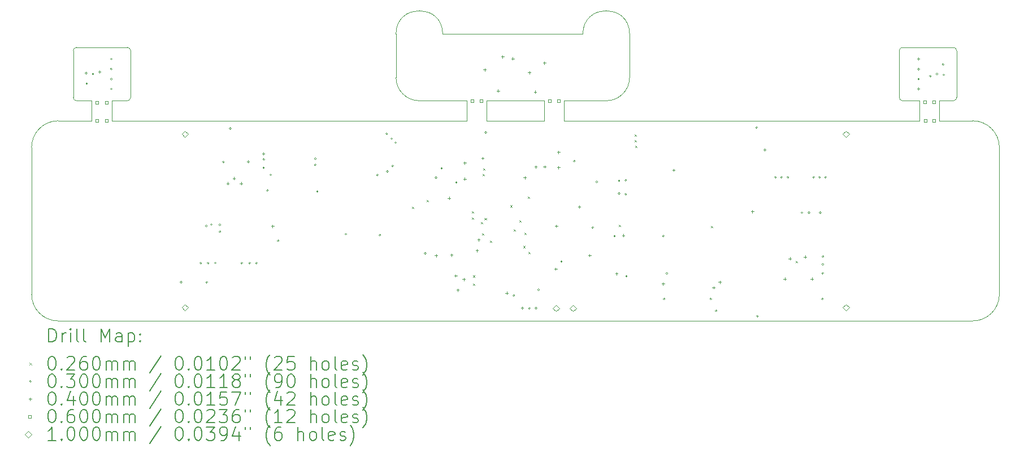
<source format=gbr>
%TF.GenerationSoftware,KiCad,Pcbnew,8.0.4*%
%TF.CreationDate,2024-11-30T13:53:13+01:00*%
%TF.ProjectId,ALL_PCBS,414c4c5f-5043-4425-932e-6b696361645f,rev?*%
%TF.SameCoordinates,Original*%
%TF.FileFunction,Drillmap*%
%TF.FilePolarity,Positive*%
%FSLAX45Y45*%
G04 Gerber Fmt 4.5, Leading zero omitted, Abs format (unit mm)*
G04 Created by KiCad (PCBNEW 8.0.4) date 2024-11-30 13:53:13*
%MOMM*%
%LPD*%
G01*
G04 APERTURE LIST*
%ADD10C,0.050000*%
%ADD11C,0.200000*%
%ADD12C,0.100000*%
G04 APERTURE END LIST*
D10*
X15240000Y-9120000D02*
X17340000Y-9120000D01*
X22147000Y-9320000D02*
X22130000Y-9320000D01*
X22080000Y-10070000D02*
X22080000Y-9370000D01*
X9704355Y-9570000D02*
X9704355Y-9370000D01*
X9775000Y-9320000D02*
X10300000Y-9320000D01*
X18040000Y-9770000D02*
G75*
G02*
X17690000Y-10120000I-350000J0D01*
G01*
X22890645Y-10120000D02*
X22680000Y-10120000D01*
X9480000Y-13420000D02*
G75*
G02*
X9080000Y-13020000I0J400000D01*
G01*
X9080000Y-10820000D02*
G75*
G02*
X9480000Y-10420000I400000J0D01*
G01*
X10565000Y-9370000D02*
X10565000Y-10070000D01*
X16760000Y-10120000D02*
X15900000Y-10120000D01*
X15900000Y-10420000D02*
X16760000Y-10420000D01*
X23180000Y-13420000D02*
X9480000Y-13420000D01*
X9704355Y-9370000D02*
G75*
G02*
X9754355Y-9319995I50005J0D01*
G01*
X15900000Y-10120000D02*
X15900000Y-10420000D01*
X23180000Y-10420000D02*
G75*
G02*
X23580000Y-10820000I0J-400000D01*
G01*
X22940645Y-9370000D02*
X22940645Y-9570000D01*
X17060000Y-10120000D02*
X17690000Y-10120000D01*
X22380000Y-10420000D02*
X17060000Y-10420000D01*
X22130000Y-10120000D02*
G75*
G02*
X22080000Y-10070000I0J50000D01*
G01*
X14890000Y-10120000D02*
G75*
G02*
X14540000Y-9770000I0J350000D01*
G01*
X15600000Y-10420000D02*
X15600000Y-10120000D01*
X22270000Y-9320000D02*
X22185000Y-9320000D01*
X22275000Y-9320000D02*
X22270000Y-9320000D01*
X10370000Y-9320000D02*
X10460000Y-9320000D01*
X14540000Y-9770000D02*
X14540000Y-9120000D01*
X9080000Y-13020000D02*
X9080000Y-10820000D01*
X9754355Y-10120000D02*
G75*
G02*
X9704360Y-10070000I5J50000D01*
G01*
X22680000Y-10420000D02*
X22680000Y-10120000D01*
X9980000Y-10120000D02*
X9775000Y-10120000D01*
X22890645Y-9320000D02*
G75*
G02*
X22940640Y-9370000I-5J-50000D01*
G01*
X10300000Y-9320000D02*
X10370000Y-9320000D01*
X10498000Y-9320000D02*
X10515000Y-9320000D01*
X9754355Y-9320000D02*
X9775000Y-9320000D01*
X10515000Y-10120000D02*
X10280000Y-10120000D01*
X22345000Y-9320000D02*
X22870000Y-9320000D01*
X10280000Y-10420000D02*
X15600000Y-10420000D01*
X14540000Y-9120000D02*
G75*
G02*
X15240000Y-9120000I350000J0D01*
G01*
X16760000Y-10120000D02*
X16760000Y-10420000D01*
X22890645Y-9320000D02*
X22870000Y-9320000D01*
X22380000Y-10120000D02*
X22130000Y-10120000D01*
X22940645Y-9870000D02*
X22940645Y-10070000D01*
X10515000Y-9320000D02*
G75*
G02*
X10565000Y-9370000I0J-50000D01*
G01*
X10460000Y-9320000D02*
X10498000Y-9320000D01*
X10280000Y-10120000D02*
X10280000Y-10420000D01*
X22940645Y-9570000D02*
X22940645Y-9870000D01*
X23580000Y-10820000D02*
X23580000Y-13020000D01*
X22940645Y-10070000D02*
G75*
G02*
X22890645Y-10120005I-50005J0D01*
G01*
X9704355Y-9870000D02*
X9704355Y-9570000D01*
X17340000Y-9120000D02*
G75*
G02*
X18040000Y-9120000I350000J0D01*
G01*
X18040000Y-9120000D02*
X18040000Y-9770000D01*
X9480000Y-10420000D02*
X9980000Y-10420000D01*
X9754355Y-10120000D02*
X9775000Y-10120000D01*
X23180000Y-10420000D02*
X22680000Y-10420000D01*
X22380000Y-10120000D02*
X22380000Y-10420000D01*
X17060000Y-10420000D02*
X17060000Y-10120000D01*
X9704355Y-10070000D02*
X9704355Y-9870000D01*
X22185000Y-9320000D02*
X22147000Y-9320000D01*
X9980000Y-10420000D02*
X9980000Y-10120000D01*
X23580000Y-13020000D02*
G75*
G02*
X23180000Y-13420000I-400000J0D01*
G01*
X22345000Y-9320000D02*
X22275000Y-9320000D01*
X22080000Y-9370000D02*
G75*
G02*
X22130000Y-9320000I50000J0D01*
G01*
X10565000Y-10070000D02*
G75*
G02*
X10515000Y-10120000I-50000J0D01*
G01*
X15600000Y-10120000D02*
X14890000Y-10120000D01*
D11*
D12*
X14779500Y-11712000D02*
X14805500Y-11738000D01*
X14805500Y-11712000D02*
X14779500Y-11738000D01*
X14997000Y-11604500D02*
X15023000Y-11630500D01*
X15023000Y-11604500D02*
X14997000Y-11630500D01*
X15677000Y-11777000D02*
X15703000Y-11803000D01*
X15703000Y-11777000D02*
X15677000Y-11803000D01*
X15679500Y-11867000D02*
X15705500Y-11893000D01*
X15705500Y-11867000D02*
X15679500Y-11893000D01*
X15697000Y-12737000D02*
X15723000Y-12763000D01*
X15723000Y-12737000D02*
X15697000Y-12763000D01*
X15697000Y-12857000D02*
X15723000Y-12883000D01*
X15723000Y-12857000D02*
X15697000Y-12883000D01*
X15813250Y-11938250D02*
X15839250Y-11964250D01*
X15839250Y-11938250D02*
X15813250Y-11964250D01*
X15827000Y-12104500D02*
X15853000Y-12130500D01*
X15853000Y-12104500D02*
X15827000Y-12130500D01*
X15837000Y-11217000D02*
X15863000Y-11243000D01*
X15863000Y-11217000D02*
X15837000Y-11243000D01*
X15846341Y-11136341D02*
X15872341Y-11162341D01*
X15872341Y-11136341D02*
X15846341Y-11162341D01*
X15867000Y-11877000D02*
X15893000Y-11903000D01*
X15893000Y-11877000D02*
X15867000Y-11903000D01*
X15947472Y-12214500D02*
X15973472Y-12240500D01*
X15973472Y-12214500D02*
X15947472Y-12240500D01*
X16252000Y-11687000D02*
X16278000Y-11713000D01*
X16278000Y-11687000D02*
X16252000Y-11713000D01*
X16299500Y-12047000D02*
X16325500Y-12073000D01*
X16325500Y-12047000D02*
X16299500Y-12073000D01*
X16390735Y-11910735D02*
X16416735Y-11936735D01*
X16416735Y-11910735D02*
X16390735Y-11936735D01*
X16447000Y-12297000D02*
X16473000Y-12323000D01*
X16473000Y-12297000D02*
X16447000Y-12323000D01*
X16462000Y-12097000D02*
X16488000Y-12123000D01*
X16488000Y-12097000D02*
X16462000Y-12123000D01*
X16517000Y-11554500D02*
X16543000Y-11580500D01*
X16543000Y-11554500D02*
X16517000Y-11580500D01*
X16527000Y-12387000D02*
X16553000Y-12413000D01*
X16553000Y-12387000D02*
X16527000Y-12413000D01*
X17877000Y-11983235D02*
X17903000Y-12009235D01*
X17903000Y-11983235D02*
X17877000Y-12009235D01*
X18113877Y-10622560D02*
X18139877Y-10648560D01*
X18139877Y-10622560D02*
X18113877Y-10648560D01*
X18117000Y-10707000D02*
X18143000Y-10733000D01*
X18143000Y-10707000D02*
X18117000Y-10733000D01*
X18122000Y-10794500D02*
X18148000Y-10820500D01*
X18148000Y-10794500D02*
X18122000Y-10820500D01*
X19259500Y-11994500D02*
X19285500Y-12020500D01*
X19285500Y-11994500D02*
X19259500Y-12020500D01*
X20530000Y-12522800D02*
X20556000Y-12548800D01*
X20556000Y-12522800D02*
X20530000Y-12548800D01*
X9913000Y-9708000D02*
G75*
G02*
X9883000Y-9708000I-15000J0D01*
G01*
X9883000Y-9708000D02*
G75*
G02*
X9913000Y-9708000I15000J0D01*
G01*
X9922500Y-9862500D02*
G75*
G02*
X9892500Y-9862500I-15000J0D01*
G01*
X9892500Y-9862500D02*
G75*
G02*
X9922500Y-9862500I15000J0D01*
G01*
X10015000Y-9720000D02*
G75*
G02*
X9985000Y-9720000I-15000J0D01*
G01*
X9985000Y-9720000D02*
G75*
G02*
X10015000Y-9720000I15000J0D01*
G01*
X10115000Y-9690000D02*
G75*
G02*
X10085000Y-9690000I-15000J0D01*
G01*
X10085000Y-9690000D02*
G75*
G02*
X10115000Y-9690000I15000J0D01*
G01*
X10290000Y-9495000D02*
G75*
G02*
X10260000Y-9495000I-15000J0D01*
G01*
X10260000Y-9495000D02*
G75*
G02*
X10290000Y-9495000I15000J0D01*
G01*
X10290000Y-9645000D02*
G75*
G02*
X10260000Y-9645000I-15000J0D01*
G01*
X10260000Y-9645000D02*
G75*
G02*
X10290000Y-9645000I15000J0D01*
G01*
X10290000Y-9795000D02*
G75*
G02*
X10260000Y-9795000I-15000J0D01*
G01*
X10260000Y-9795000D02*
G75*
G02*
X10290000Y-9795000I15000J0D01*
G01*
X10290000Y-9945000D02*
G75*
G02*
X10260000Y-9945000I-15000J0D01*
G01*
X10260000Y-9945000D02*
G75*
G02*
X10290000Y-9945000I15000J0D01*
G01*
X11334000Y-12839000D02*
G75*
G02*
X11304000Y-12839000I-15000J0D01*
G01*
X11304000Y-12839000D02*
G75*
G02*
X11334000Y-12839000I15000J0D01*
G01*
X11630000Y-12553000D02*
G75*
G02*
X11600000Y-12553000I-15000J0D01*
G01*
X11600000Y-12553000D02*
G75*
G02*
X11630000Y-12553000I15000J0D01*
G01*
X11712500Y-11997500D02*
G75*
G02*
X11682500Y-11997500I-15000J0D01*
G01*
X11682500Y-11997500D02*
G75*
G02*
X11712500Y-11997500I15000J0D01*
G01*
X11720000Y-12840000D02*
G75*
G02*
X11690000Y-12840000I-15000J0D01*
G01*
X11690000Y-12840000D02*
G75*
G02*
X11720000Y-12840000I15000J0D01*
G01*
X11739000Y-12553000D02*
G75*
G02*
X11709000Y-12553000I-15000J0D01*
G01*
X11709000Y-12553000D02*
G75*
G02*
X11739000Y-12553000I15000J0D01*
G01*
X11790000Y-11975000D02*
G75*
G02*
X11760000Y-11975000I-15000J0D01*
G01*
X11760000Y-11975000D02*
G75*
G02*
X11790000Y-11975000I15000J0D01*
G01*
X11848000Y-12553000D02*
G75*
G02*
X11818000Y-12553000I-15000J0D01*
G01*
X11818000Y-12553000D02*
G75*
G02*
X11848000Y-12553000I15000J0D01*
G01*
X11917500Y-11980000D02*
G75*
G02*
X11887500Y-11980000I-15000J0D01*
G01*
X11887500Y-11980000D02*
G75*
G02*
X11917500Y-11980000I15000J0D01*
G01*
X11917500Y-12085000D02*
G75*
G02*
X11887500Y-12085000I-15000J0D01*
G01*
X11887500Y-12085000D02*
G75*
G02*
X11917500Y-12085000I15000J0D01*
G01*
X11967500Y-11037500D02*
G75*
G02*
X11937500Y-11037500I-15000J0D01*
G01*
X11937500Y-11037500D02*
G75*
G02*
X11967500Y-11037500I15000J0D01*
G01*
X12072500Y-10535000D02*
G75*
G02*
X12042500Y-10535000I-15000J0D01*
G01*
X12042500Y-10535000D02*
G75*
G02*
X12072500Y-10535000I15000J0D01*
G01*
X12243000Y-12553000D02*
G75*
G02*
X12213000Y-12553000I-15000J0D01*
G01*
X12213000Y-12553000D02*
G75*
G02*
X12243000Y-12553000I15000J0D01*
G01*
X12342500Y-11035000D02*
G75*
G02*
X12312500Y-11035000I-15000J0D01*
G01*
X12312500Y-11035000D02*
G75*
G02*
X12342500Y-11035000I15000J0D01*
G01*
X12361000Y-12554000D02*
G75*
G02*
X12331000Y-12554000I-15000J0D01*
G01*
X12331000Y-12554000D02*
G75*
G02*
X12361000Y-12554000I15000J0D01*
G01*
X12464000Y-12553000D02*
G75*
G02*
X12434000Y-12553000I-15000J0D01*
G01*
X12434000Y-12553000D02*
G75*
G02*
X12464000Y-12553000I15000J0D01*
G01*
X12572500Y-10917500D02*
G75*
G02*
X12542500Y-10917500I-15000J0D01*
G01*
X12542500Y-10917500D02*
G75*
G02*
X12572500Y-10917500I15000J0D01*
G01*
X12572500Y-11000000D02*
G75*
G02*
X12542500Y-11000000I-15000J0D01*
G01*
X12542500Y-11000000D02*
G75*
G02*
X12572500Y-11000000I15000J0D01*
G01*
X12572500Y-11125000D02*
G75*
G02*
X12542500Y-11125000I-15000J0D01*
G01*
X12542500Y-11125000D02*
G75*
G02*
X12572500Y-11125000I15000J0D01*
G01*
X12628000Y-11465000D02*
G75*
G02*
X12598000Y-11465000I-15000J0D01*
G01*
X12598000Y-11465000D02*
G75*
G02*
X12628000Y-11465000I15000J0D01*
G01*
X12677500Y-11230000D02*
G75*
G02*
X12647500Y-11230000I-15000J0D01*
G01*
X12647500Y-11230000D02*
G75*
G02*
X12677500Y-11230000I15000J0D01*
G01*
X12790000Y-12217500D02*
G75*
G02*
X12760000Y-12217500I-15000J0D01*
G01*
X12760000Y-12217500D02*
G75*
G02*
X12790000Y-12217500I15000J0D01*
G01*
X13345000Y-11079000D02*
G75*
G02*
X13315000Y-11079000I-15000J0D01*
G01*
X13315000Y-11079000D02*
G75*
G02*
X13345000Y-11079000I15000J0D01*
G01*
X13346000Y-10990000D02*
G75*
G02*
X13316000Y-10990000I-15000J0D01*
G01*
X13316000Y-10990000D02*
G75*
G02*
X13346000Y-10990000I15000J0D01*
G01*
X13378000Y-11480000D02*
G75*
G02*
X13348000Y-11480000I-15000J0D01*
G01*
X13348000Y-11480000D02*
G75*
G02*
X13378000Y-11480000I15000J0D01*
G01*
X13805000Y-12120000D02*
G75*
G02*
X13775000Y-12120000I-15000J0D01*
G01*
X13775000Y-12120000D02*
G75*
G02*
X13805000Y-12120000I15000J0D01*
G01*
X14276000Y-11233000D02*
G75*
G02*
X14246000Y-11233000I-15000J0D01*
G01*
X14246000Y-11233000D02*
G75*
G02*
X14276000Y-11233000I15000J0D01*
G01*
X14314000Y-12133000D02*
G75*
G02*
X14284000Y-12133000I-15000J0D01*
G01*
X14284000Y-12133000D02*
G75*
G02*
X14314000Y-12133000I15000J0D01*
G01*
X14416000Y-10615000D02*
G75*
G02*
X14386000Y-10615000I-15000J0D01*
G01*
X14386000Y-10615000D02*
G75*
G02*
X14416000Y-10615000I15000J0D01*
G01*
X14425000Y-11179000D02*
G75*
G02*
X14395000Y-11179000I-15000J0D01*
G01*
X14395000Y-11179000D02*
G75*
G02*
X14425000Y-11179000I15000J0D01*
G01*
X14489000Y-10688000D02*
G75*
G02*
X14459000Y-10688000I-15000J0D01*
G01*
X14459000Y-10688000D02*
G75*
G02*
X14489000Y-10688000I15000J0D01*
G01*
X14504000Y-11096000D02*
G75*
G02*
X14474000Y-11096000I-15000J0D01*
G01*
X14474000Y-11096000D02*
G75*
G02*
X14504000Y-11096000I15000J0D01*
G01*
X14550000Y-10748000D02*
G75*
G02*
X14520000Y-10748000I-15000J0D01*
G01*
X14520000Y-10748000D02*
G75*
G02*
X14550000Y-10748000I15000J0D01*
G01*
X14995000Y-12407500D02*
G75*
G02*
X14965000Y-12407500I-15000J0D01*
G01*
X14965000Y-12407500D02*
G75*
G02*
X14995000Y-12407500I15000J0D01*
G01*
X15152500Y-11272500D02*
G75*
G02*
X15122500Y-11272500I-15000J0D01*
G01*
X15122500Y-11272500D02*
G75*
G02*
X15152500Y-11272500I15000J0D01*
G01*
X15240000Y-11132500D02*
G75*
G02*
X15210000Y-11132500I-15000J0D01*
G01*
X15210000Y-11132500D02*
G75*
G02*
X15240000Y-11132500I15000J0D01*
G01*
X15458000Y-11345000D02*
G75*
G02*
X15428000Y-11345000I-15000J0D01*
G01*
X15428000Y-11345000D02*
G75*
G02*
X15458000Y-11345000I15000J0D01*
G01*
X15900000Y-10595000D02*
G75*
G02*
X15870000Y-10595000I-15000J0D01*
G01*
X15870000Y-10595000D02*
G75*
G02*
X15900000Y-10595000I15000J0D01*
G01*
X16322500Y-13040000D02*
G75*
G02*
X16292500Y-13040000I-15000J0D01*
G01*
X16292500Y-13040000D02*
G75*
G02*
X16322500Y-13040000I15000J0D01*
G01*
X16448000Y-13228000D02*
G75*
G02*
X16418000Y-13228000I-15000J0D01*
G01*
X16418000Y-13228000D02*
G75*
G02*
X16448000Y-13228000I15000J0D01*
G01*
X16553000Y-13230000D02*
G75*
G02*
X16523000Y-13230000I-15000J0D01*
G01*
X16523000Y-13230000D02*
G75*
G02*
X16553000Y-13230000I15000J0D01*
G01*
X16653000Y-13230000D02*
G75*
G02*
X16623000Y-13230000I-15000J0D01*
G01*
X16623000Y-13230000D02*
G75*
G02*
X16653000Y-13230000I15000J0D01*
G01*
X16690000Y-12952500D02*
G75*
G02*
X16660000Y-12952500I-15000J0D01*
G01*
X16660000Y-12952500D02*
G75*
G02*
X16690000Y-12952500I15000J0D01*
G01*
X17034000Y-12530000D02*
G75*
G02*
X17004000Y-12530000I-15000J0D01*
G01*
X17004000Y-12530000D02*
G75*
G02*
X17034000Y-12530000I15000J0D01*
G01*
X17227500Y-11025000D02*
G75*
G02*
X17197500Y-11025000I-15000J0D01*
G01*
X17197500Y-11025000D02*
G75*
G02*
X17227500Y-11025000I15000J0D01*
G01*
X17306000Y-11713000D02*
G75*
G02*
X17276000Y-11713000I-15000J0D01*
G01*
X17276000Y-11713000D02*
G75*
G02*
X17306000Y-11713000I15000J0D01*
G01*
X17502000Y-12019000D02*
G75*
G02*
X17472000Y-12019000I-15000J0D01*
G01*
X17472000Y-12019000D02*
G75*
G02*
X17502000Y-12019000I15000J0D01*
G01*
X17562500Y-11335000D02*
G75*
G02*
X17532500Y-11335000I-15000J0D01*
G01*
X17532500Y-11335000D02*
G75*
G02*
X17562500Y-11335000I15000J0D01*
G01*
X17830000Y-12147500D02*
G75*
G02*
X17800000Y-12147500I-15000J0D01*
G01*
X17800000Y-12147500D02*
G75*
G02*
X17830000Y-12147500I15000J0D01*
G01*
X17898000Y-11319000D02*
G75*
G02*
X17868000Y-11319000I-15000J0D01*
G01*
X17868000Y-11319000D02*
G75*
G02*
X17898000Y-11319000I15000J0D01*
G01*
X17898000Y-11508000D02*
G75*
G02*
X17868000Y-11508000I-15000J0D01*
G01*
X17868000Y-11508000D02*
G75*
G02*
X17898000Y-11508000I15000J0D01*
G01*
X17996000Y-11521000D02*
G75*
G02*
X17966000Y-11521000I-15000J0D01*
G01*
X17966000Y-11521000D02*
G75*
G02*
X17996000Y-11521000I15000J0D01*
G01*
X17997000Y-11314000D02*
G75*
G02*
X17967000Y-11314000I-15000J0D01*
G01*
X17967000Y-11314000D02*
G75*
G02*
X17997000Y-11314000I15000J0D01*
G01*
X18007500Y-12750000D02*
G75*
G02*
X17977500Y-12750000I-15000J0D01*
G01*
X17977500Y-12750000D02*
G75*
G02*
X18007500Y-12750000I15000J0D01*
G01*
X18560000Y-12147500D02*
G75*
G02*
X18530000Y-12147500I-15000J0D01*
G01*
X18530000Y-12147500D02*
G75*
G02*
X18560000Y-12147500I15000J0D01*
G01*
X18574000Y-13091000D02*
G75*
G02*
X18544000Y-13091000I-15000J0D01*
G01*
X18544000Y-13091000D02*
G75*
G02*
X18574000Y-13091000I15000J0D01*
G01*
X18614000Y-12707000D02*
G75*
G02*
X18584000Y-12707000I-15000J0D01*
G01*
X18584000Y-12707000D02*
G75*
G02*
X18614000Y-12707000I15000J0D01*
G01*
X19272000Y-13092000D02*
G75*
G02*
X19242000Y-13092000I-15000J0D01*
G01*
X19242000Y-13092000D02*
G75*
G02*
X19272000Y-13092000I15000J0D01*
G01*
X19352000Y-13270000D02*
G75*
G02*
X19322000Y-13270000I-15000J0D01*
G01*
X19322000Y-13270000D02*
G75*
G02*
X19352000Y-13270000I15000J0D01*
G01*
X19957500Y-10522500D02*
G75*
G02*
X19927500Y-10522500I-15000J0D01*
G01*
X19927500Y-10522500D02*
G75*
G02*
X19957500Y-10522500I15000J0D01*
G01*
X19968000Y-13349000D02*
G75*
G02*
X19938000Y-13349000I-15000J0D01*
G01*
X19938000Y-13349000D02*
G75*
G02*
X19968000Y-13349000I15000J0D01*
G01*
X20082500Y-10857500D02*
G75*
G02*
X20052500Y-10857500I-15000J0D01*
G01*
X20052500Y-10857500D02*
G75*
G02*
X20082500Y-10857500I15000J0D01*
G01*
X20242000Y-11266000D02*
G75*
G02*
X20212000Y-11266000I-15000J0D01*
G01*
X20212000Y-11266000D02*
G75*
G02*
X20242000Y-11266000I15000J0D01*
G01*
X20330000Y-11266000D02*
G75*
G02*
X20300000Y-11266000I-15000J0D01*
G01*
X20300000Y-11266000D02*
G75*
G02*
X20330000Y-11266000I15000J0D01*
G01*
X20425000Y-11266000D02*
G75*
G02*
X20395000Y-11266000I-15000J0D01*
G01*
X20395000Y-11266000D02*
G75*
G02*
X20425000Y-11266000I15000J0D01*
G01*
X20636000Y-11799000D02*
G75*
G02*
X20606000Y-11799000I-15000J0D01*
G01*
X20606000Y-11799000D02*
G75*
G02*
X20636000Y-11799000I15000J0D01*
G01*
X20743000Y-11799000D02*
G75*
G02*
X20713000Y-11799000I-15000J0D01*
G01*
X20713000Y-11799000D02*
G75*
G02*
X20743000Y-11799000I15000J0D01*
G01*
X20812000Y-11266000D02*
G75*
G02*
X20782000Y-11266000I-15000J0D01*
G01*
X20782000Y-11266000D02*
G75*
G02*
X20812000Y-11266000I15000J0D01*
G01*
X20900000Y-11266000D02*
G75*
G02*
X20870000Y-11266000I-15000J0D01*
G01*
X20870000Y-11266000D02*
G75*
G02*
X20900000Y-11266000I15000J0D01*
G01*
X20911000Y-11799000D02*
G75*
G02*
X20881000Y-11799000I-15000J0D01*
G01*
X20881000Y-11799000D02*
G75*
G02*
X20911000Y-11799000I15000J0D01*
G01*
X20942500Y-13090000D02*
G75*
G02*
X20912500Y-13090000I-15000J0D01*
G01*
X20912500Y-13090000D02*
G75*
G02*
X20942500Y-13090000I15000J0D01*
G01*
X20949000Y-12706000D02*
G75*
G02*
X20919000Y-12706000I-15000J0D01*
G01*
X20919000Y-12706000D02*
G75*
G02*
X20949000Y-12706000I15000J0D01*
G01*
X20951000Y-12572000D02*
G75*
G02*
X20921000Y-12572000I-15000J0D01*
G01*
X20921000Y-12572000D02*
G75*
G02*
X20951000Y-12572000I15000J0D01*
G01*
X20952500Y-12456000D02*
G75*
G02*
X20922500Y-12456000I-15000J0D01*
G01*
X20922500Y-12456000D02*
G75*
G02*
X20952500Y-12456000I15000J0D01*
G01*
X20990000Y-11266000D02*
G75*
G02*
X20960000Y-11266000I-15000J0D01*
G01*
X20960000Y-11266000D02*
G75*
G02*
X20990000Y-11266000I15000J0D01*
G01*
X22385000Y-9495000D02*
G75*
G02*
X22355000Y-9495000I-15000J0D01*
G01*
X22355000Y-9495000D02*
G75*
G02*
X22385000Y-9495000I15000J0D01*
G01*
X22385000Y-9645000D02*
G75*
G02*
X22355000Y-9645000I-15000J0D01*
G01*
X22355000Y-9645000D02*
G75*
G02*
X22385000Y-9645000I15000J0D01*
G01*
X22385000Y-9795000D02*
G75*
G02*
X22355000Y-9795000I-15000J0D01*
G01*
X22355000Y-9795000D02*
G75*
G02*
X22385000Y-9795000I15000J0D01*
G01*
X22385000Y-9945000D02*
G75*
G02*
X22355000Y-9945000I-15000J0D01*
G01*
X22355000Y-9945000D02*
G75*
G02*
X22385000Y-9945000I15000J0D01*
G01*
X22560000Y-9750000D02*
G75*
G02*
X22530000Y-9750000I-15000J0D01*
G01*
X22530000Y-9750000D02*
G75*
G02*
X22560000Y-9750000I15000J0D01*
G01*
X22660000Y-9720000D02*
G75*
G02*
X22630000Y-9720000I-15000J0D01*
G01*
X22630000Y-9720000D02*
G75*
G02*
X22660000Y-9720000I15000J0D01*
G01*
X22752500Y-9577500D02*
G75*
G02*
X22722500Y-9577500I-15000J0D01*
G01*
X22722500Y-9577500D02*
G75*
G02*
X22752500Y-9577500I15000J0D01*
G01*
X22762000Y-9732000D02*
G75*
G02*
X22732000Y-9732000I-15000J0D01*
G01*
X22732000Y-9732000D02*
G75*
G02*
X22762000Y-9732000I15000J0D01*
G01*
X12020000Y-11340000D02*
X12020000Y-11380000D01*
X12000000Y-11360000D02*
X12040000Y-11360000D01*
X12112500Y-11262500D02*
X12112500Y-11302500D01*
X12092500Y-11282500D02*
X12132500Y-11282500D01*
X12220000Y-11337500D02*
X12220000Y-11377500D01*
X12200000Y-11357500D02*
X12240000Y-11357500D01*
X12691000Y-11978000D02*
X12691000Y-12018000D01*
X12671000Y-11998000D02*
X12711000Y-11998000D01*
X15140000Y-12420000D02*
X15140000Y-12460000D01*
X15120000Y-12440000D02*
X15160000Y-12440000D01*
X15335000Y-11560000D02*
X15335000Y-11600000D01*
X15315000Y-11580000D02*
X15355000Y-11580000D01*
X15372500Y-12412500D02*
X15372500Y-12452500D01*
X15352500Y-12432500D02*
X15392500Y-12432500D01*
X15435000Y-12722500D02*
X15435000Y-12762500D01*
X15415000Y-12742500D02*
X15455000Y-12742500D01*
X15465000Y-12935000D02*
X15465000Y-12975000D01*
X15445000Y-12955000D02*
X15485000Y-12955000D01*
X15555000Y-12775000D02*
X15555000Y-12815000D01*
X15535000Y-12795000D02*
X15575000Y-12795000D01*
X15570000Y-11030000D02*
X15570000Y-11070000D01*
X15550000Y-11050000D02*
X15590000Y-11050000D01*
X15570000Y-11270000D02*
X15570000Y-11310000D01*
X15550000Y-11290000D02*
X15590000Y-11290000D01*
X15752500Y-12342500D02*
X15752500Y-12382500D01*
X15732500Y-12362500D02*
X15772500Y-12362500D01*
X15778000Y-12182000D02*
X15778000Y-12222000D01*
X15758000Y-12202000D02*
X15798000Y-12202000D01*
X15838800Y-10961200D02*
X15838800Y-11001200D01*
X15818800Y-10981200D02*
X15858800Y-10981200D01*
X15870000Y-9635000D02*
X15870000Y-9675000D01*
X15850000Y-9655000D02*
X15890000Y-9655000D01*
X16067500Y-9950000D02*
X16067500Y-9990000D01*
X16047500Y-9970000D02*
X16087500Y-9970000D01*
X16136000Y-9440000D02*
X16136000Y-9480000D01*
X16116000Y-9460000D02*
X16156000Y-9460000D01*
X16200000Y-12980000D02*
X16200000Y-13020000D01*
X16180000Y-13000000D02*
X16220000Y-13000000D01*
X16290000Y-9467500D02*
X16290000Y-9507500D01*
X16270000Y-9487500D02*
X16310000Y-9487500D01*
X16471265Y-11251265D02*
X16471265Y-11291265D01*
X16451265Y-11271265D02*
X16491265Y-11271265D01*
X16537500Y-9677500D02*
X16537500Y-9717500D01*
X16517500Y-9697500D02*
X16557500Y-9697500D01*
X16625000Y-9967500D02*
X16625000Y-10007500D01*
X16605000Y-9987500D02*
X16645000Y-9987500D01*
X16632562Y-11089934D02*
X16632562Y-11129934D01*
X16612562Y-11109934D02*
X16652562Y-11109934D01*
X16762500Y-9532500D02*
X16762500Y-9572500D01*
X16742500Y-9552500D02*
X16782500Y-9552500D01*
X16767557Y-11087503D02*
X16767557Y-11127503D01*
X16747557Y-11107503D02*
X16787557Y-11107503D01*
X16932500Y-12620000D02*
X16932500Y-12660000D01*
X16912500Y-12640000D02*
X16952500Y-12640000D01*
X16940000Y-11976235D02*
X16940000Y-12016235D01*
X16920000Y-11996235D02*
X16960000Y-11996235D01*
X16975000Y-11100000D02*
X16975000Y-11140000D01*
X16955000Y-11120000D02*
X16995000Y-11120000D01*
X16976250Y-10868750D02*
X16976250Y-10908750D01*
X16956250Y-10888750D02*
X16996250Y-10888750D01*
X17440000Y-12417000D02*
X17440000Y-12457000D01*
X17420000Y-12437000D02*
X17460000Y-12437000D01*
X17845000Y-12690000D02*
X17845000Y-12730000D01*
X17825000Y-12710000D02*
X17865000Y-12710000D01*
X17945000Y-12117500D02*
X17945000Y-12157500D01*
X17925000Y-12137500D02*
X17965000Y-12137500D01*
X18542500Y-12842500D02*
X18542500Y-12882500D01*
X18522500Y-12862500D02*
X18562500Y-12862500D01*
X18700000Y-11137500D02*
X18700000Y-11177500D01*
X18680000Y-11157500D02*
X18720000Y-11157500D01*
X19297000Y-12900000D02*
X19297000Y-12940000D01*
X19277000Y-12920000D02*
X19317000Y-12920000D01*
X19391000Y-12816000D02*
X19391000Y-12856000D01*
X19371000Y-12836000D02*
X19411000Y-12836000D01*
X19877500Y-11760000D02*
X19877500Y-11800000D01*
X19857500Y-11780000D02*
X19897500Y-11780000D01*
X20365200Y-12769800D02*
X20365200Y-12809800D01*
X20345200Y-12789800D02*
X20385200Y-12789800D01*
X20441400Y-12465000D02*
X20441400Y-12505000D01*
X20421400Y-12485000D02*
X20461400Y-12485000D01*
X20670000Y-12439600D02*
X20670000Y-12479600D01*
X20650000Y-12459600D02*
X20690000Y-12459600D01*
X20771600Y-12769800D02*
X20771600Y-12809800D01*
X20751600Y-12789800D02*
X20791600Y-12789800D01*
X10081213Y-10171213D02*
X10081213Y-10128787D01*
X10038787Y-10128787D01*
X10038787Y-10171213D01*
X10081213Y-10171213D01*
X10081213Y-10441213D02*
X10081213Y-10398787D01*
X10038787Y-10398787D01*
X10038787Y-10441213D01*
X10081213Y-10441213D01*
X10221213Y-10171213D02*
X10221213Y-10128787D01*
X10178787Y-10128787D01*
X10178787Y-10171213D01*
X10221213Y-10171213D01*
X10221213Y-10441213D02*
X10221213Y-10398787D01*
X10178787Y-10398787D01*
X10178787Y-10441213D01*
X10221213Y-10441213D01*
X15701213Y-10141213D02*
X15701213Y-10098787D01*
X15658787Y-10098787D01*
X15658787Y-10141213D01*
X15701213Y-10141213D01*
X15841213Y-10141213D02*
X15841213Y-10098787D01*
X15798787Y-10098787D01*
X15798787Y-10141213D01*
X15841213Y-10141213D01*
X16861213Y-10141213D02*
X16861213Y-10098787D01*
X16818787Y-10098787D01*
X16818787Y-10141213D01*
X16861213Y-10141213D01*
X17001213Y-10141213D02*
X17001213Y-10098787D01*
X16958787Y-10098787D01*
X16958787Y-10141213D01*
X17001213Y-10141213D01*
X22481213Y-10161213D02*
X22481213Y-10118787D01*
X22438787Y-10118787D01*
X22438787Y-10161213D01*
X22481213Y-10161213D01*
X22491213Y-10441213D02*
X22491213Y-10398787D01*
X22448787Y-10398787D01*
X22448787Y-10441213D01*
X22491213Y-10441213D01*
X22621213Y-10161213D02*
X22621213Y-10118787D01*
X22578787Y-10118787D01*
X22578787Y-10161213D01*
X22621213Y-10161213D01*
X22621213Y-10441213D02*
X22621213Y-10398787D01*
X22578787Y-10398787D01*
X22578787Y-10441213D01*
X22621213Y-10441213D01*
X11380000Y-10670000D02*
X11430000Y-10620000D01*
X11380000Y-10570000D01*
X11330000Y-10620000D01*
X11380000Y-10670000D01*
X11380000Y-13270000D02*
X11430000Y-13220000D01*
X11380000Y-13170000D01*
X11330000Y-13220000D01*
X11380000Y-13270000D01*
X16941000Y-13279000D02*
X16991000Y-13229000D01*
X16941000Y-13179000D01*
X16891000Y-13229000D01*
X16941000Y-13279000D01*
X17195000Y-13279000D02*
X17245000Y-13229000D01*
X17195000Y-13179000D01*
X17145000Y-13229000D01*
X17195000Y-13279000D01*
X21280000Y-10670000D02*
X21330000Y-10620000D01*
X21280000Y-10570000D01*
X21230000Y-10620000D01*
X21280000Y-10670000D01*
X21280000Y-13270000D02*
X21330000Y-13220000D01*
X21280000Y-13170000D01*
X21230000Y-13220000D01*
X21280000Y-13270000D01*
D11*
X9338277Y-13733984D02*
X9338277Y-13533984D01*
X9338277Y-13533984D02*
X9385896Y-13533984D01*
X9385896Y-13533984D02*
X9414467Y-13543508D01*
X9414467Y-13543508D02*
X9433515Y-13562555D01*
X9433515Y-13562555D02*
X9443039Y-13581603D01*
X9443039Y-13581603D02*
X9452563Y-13619698D01*
X9452563Y-13619698D02*
X9452563Y-13648269D01*
X9452563Y-13648269D02*
X9443039Y-13686365D01*
X9443039Y-13686365D02*
X9433515Y-13705412D01*
X9433515Y-13705412D02*
X9414467Y-13724460D01*
X9414467Y-13724460D02*
X9385896Y-13733984D01*
X9385896Y-13733984D02*
X9338277Y-13733984D01*
X9538277Y-13733984D02*
X9538277Y-13600650D01*
X9538277Y-13638746D02*
X9547801Y-13619698D01*
X9547801Y-13619698D02*
X9557324Y-13610174D01*
X9557324Y-13610174D02*
X9576372Y-13600650D01*
X9576372Y-13600650D02*
X9595420Y-13600650D01*
X9662086Y-13733984D02*
X9662086Y-13600650D01*
X9662086Y-13533984D02*
X9652563Y-13543508D01*
X9652563Y-13543508D02*
X9662086Y-13553031D01*
X9662086Y-13553031D02*
X9671610Y-13543508D01*
X9671610Y-13543508D02*
X9662086Y-13533984D01*
X9662086Y-13533984D02*
X9662086Y-13553031D01*
X9785896Y-13733984D02*
X9766848Y-13724460D01*
X9766848Y-13724460D02*
X9757324Y-13705412D01*
X9757324Y-13705412D02*
X9757324Y-13533984D01*
X9890658Y-13733984D02*
X9871610Y-13724460D01*
X9871610Y-13724460D02*
X9862086Y-13705412D01*
X9862086Y-13705412D02*
X9862086Y-13533984D01*
X10119229Y-13733984D02*
X10119229Y-13533984D01*
X10119229Y-13533984D02*
X10185896Y-13676841D01*
X10185896Y-13676841D02*
X10252563Y-13533984D01*
X10252563Y-13533984D02*
X10252563Y-13733984D01*
X10433515Y-13733984D02*
X10433515Y-13629222D01*
X10433515Y-13629222D02*
X10423991Y-13610174D01*
X10423991Y-13610174D02*
X10404944Y-13600650D01*
X10404944Y-13600650D02*
X10366848Y-13600650D01*
X10366848Y-13600650D02*
X10347801Y-13610174D01*
X10433515Y-13724460D02*
X10414467Y-13733984D01*
X10414467Y-13733984D02*
X10366848Y-13733984D01*
X10366848Y-13733984D02*
X10347801Y-13724460D01*
X10347801Y-13724460D02*
X10338277Y-13705412D01*
X10338277Y-13705412D02*
X10338277Y-13686365D01*
X10338277Y-13686365D02*
X10347801Y-13667317D01*
X10347801Y-13667317D02*
X10366848Y-13657793D01*
X10366848Y-13657793D02*
X10414467Y-13657793D01*
X10414467Y-13657793D02*
X10433515Y-13648269D01*
X10528753Y-13600650D02*
X10528753Y-13800650D01*
X10528753Y-13610174D02*
X10547801Y-13600650D01*
X10547801Y-13600650D02*
X10585896Y-13600650D01*
X10585896Y-13600650D02*
X10604944Y-13610174D01*
X10604944Y-13610174D02*
X10614467Y-13619698D01*
X10614467Y-13619698D02*
X10623991Y-13638746D01*
X10623991Y-13638746D02*
X10623991Y-13695888D01*
X10623991Y-13695888D02*
X10614467Y-13714936D01*
X10614467Y-13714936D02*
X10604944Y-13724460D01*
X10604944Y-13724460D02*
X10585896Y-13733984D01*
X10585896Y-13733984D02*
X10547801Y-13733984D01*
X10547801Y-13733984D02*
X10528753Y-13724460D01*
X10709705Y-13714936D02*
X10719229Y-13724460D01*
X10719229Y-13724460D02*
X10709705Y-13733984D01*
X10709705Y-13733984D02*
X10700182Y-13724460D01*
X10700182Y-13724460D02*
X10709705Y-13714936D01*
X10709705Y-13714936D02*
X10709705Y-13733984D01*
X10709705Y-13610174D02*
X10719229Y-13619698D01*
X10719229Y-13619698D02*
X10709705Y-13629222D01*
X10709705Y-13629222D02*
X10700182Y-13619698D01*
X10700182Y-13619698D02*
X10709705Y-13610174D01*
X10709705Y-13610174D02*
X10709705Y-13629222D01*
D12*
X9051500Y-14049500D02*
X9077500Y-14075500D01*
X9077500Y-14049500D02*
X9051500Y-14075500D01*
D11*
X9376372Y-13953984D02*
X9395420Y-13953984D01*
X9395420Y-13953984D02*
X9414467Y-13963508D01*
X9414467Y-13963508D02*
X9423991Y-13973031D01*
X9423991Y-13973031D02*
X9433515Y-13992079D01*
X9433515Y-13992079D02*
X9443039Y-14030174D01*
X9443039Y-14030174D02*
X9443039Y-14077793D01*
X9443039Y-14077793D02*
X9433515Y-14115888D01*
X9433515Y-14115888D02*
X9423991Y-14134936D01*
X9423991Y-14134936D02*
X9414467Y-14144460D01*
X9414467Y-14144460D02*
X9395420Y-14153984D01*
X9395420Y-14153984D02*
X9376372Y-14153984D01*
X9376372Y-14153984D02*
X9357324Y-14144460D01*
X9357324Y-14144460D02*
X9347801Y-14134936D01*
X9347801Y-14134936D02*
X9338277Y-14115888D01*
X9338277Y-14115888D02*
X9328753Y-14077793D01*
X9328753Y-14077793D02*
X9328753Y-14030174D01*
X9328753Y-14030174D02*
X9338277Y-13992079D01*
X9338277Y-13992079D02*
X9347801Y-13973031D01*
X9347801Y-13973031D02*
X9357324Y-13963508D01*
X9357324Y-13963508D02*
X9376372Y-13953984D01*
X9528753Y-14134936D02*
X9538277Y-14144460D01*
X9538277Y-14144460D02*
X9528753Y-14153984D01*
X9528753Y-14153984D02*
X9519229Y-14144460D01*
X9519229Y-14144460D02*
X9528753Y-14134936D01*
X9528753Y-14134936D02*
X9528753Y-14153984D01*
X9614467Y-13973031D02*
X9623991Y-13963508D01*
X9623991Y-13963508D02*
X9643039Y-13953984D01*
X9643039Y-13953984D02*
X9690658Y-13953984D01*
X9690658Y-13953984D02*
X9709705Y-13963508D01*
X9709705Y-13963508D02*
X9719229Y-13973031D01*
X9719229Y-13973031D02*
X9728753Y-13992079D01*
X9728753Y-13992079D02*
X9728753Y-14011127D01*
X9728753Y-14011127D02*
X9719229Y-14039698D01*
X9719229Y-14039698D02*
X9604944Y-14153984D01*
X9604944Y-14153984D02*
X9728753Y-14153984D01*
X9900182Y-13953984D02*
X9862086Y-13953984D01*
X9862086Y-13953984D02*
X9843039Y-13963508D01*
X9843039Y-13963508D02*
X9833515Y-13973031D01*
X9833515Y-13973031D02*
X9814467Y-14001603D01*
X9814467Y-14001603D02*
X9804944Y-14039698D01*
X9804944Y-14039698D02*
X9804944Y-14115888D01*
X9804944Y-14115888D02*
X9814467Y-14134936D01*
X9814467Y-14134936D02*
X9823991Y-14144460D01*
X9823991Y-14144460D02*
X9843039Y-14153984D01*
X9843039Y-14153984D02*
X9881134Y-14153984D01*
X9881134Y-14153984D02*
X9900182Y-14144460D01*
X9900182Y-14144460D02*
X9909705Y-14134936D01*
X9909705Y-14134936D02*
X9919229Y-14115888D01*
X9919229Y-14115888D02*
X9919229Y-14068269D01*
X9919229Y-14068269D02*
X9909705Y-14049222D01*
X9909705Y-14049222D02*
X9900182Y-14039698D01*
X9900182Y-14039698D02*
X9881134Y-14030174D01*
X9881134Y-14030174D02*
X9843039Y-14030174D01*
X9843039Y-14030174D02*
X9823991Y-14039698D01*
X9823991Y-14039698D02*
X9814467Y-14049222D01*
X9814467Y-14049222D02*
X9804944Y-14068269D01*
X10043039Y-13953984D02*
X10062086Y-13953984D01*
X10062086Y-13953984D02*
X10081134Y-13963508D01*
X10081134Y-13963508D02*
X10090658Y-13973031D01*
X10090658Y-13973031D02*
X10100182Y-13992079D01*
X10100182Y-13992079D02*
X10109705Y-14030174D01*
X10109705Y-14030174D02*
X10109705Y-14077793D01*
X10109705Y-14077793D02*
X10100182Y-14115888D01*
X10100182Y-14115888D02*
X10090658Y-14134936D01*
X10090658Y-14134936D02*
X10081134Y-14144460D01*
X10081134Y-14144460D02*
X10062086Y-14153984D01*
X10062086Y-14153984D02*
X10043039Y-14153984D01*
X10043039Y-14153984D02*
X10023991Y-14144460D01*
X10023991Y-14144460D02*
X10014467Y-14134936D01*
X10014467Y-14134936D02*
X10004944Y-14115888D01*
X10004944Y-14115888D02*
X9995420Y-14077793D01*
X9995420Y-14077793D02*
X9995420Y-14030174D01*
X9995420Y-14030174D02*
X10004944Y-13992079D01*
X10004944Y-13992079D02*
X10014467Y-13973031D01*
X10014467Y-13973031D02*
X10023991Y-13963508D01*
X10023991Y-13963508D02*
X10043039Y-13953984D01*
X10195420Y-14153984D02*
X10195420Y-14020650D01*
X10195420Y-14039698D02*
X10204944Y-14030174D01*
X10204944Y-14030174D02*
X10223991Y-14020650D01*
X10223991Y-14020650D02*
X10252563Y-14020650D01*
X10252563Y-14020650D02*
X10271610Y-14030174D01*
X10271610Y-14030174D02*
X10281134Y-14049222D01*
X10281134Y-14049222D02*
X10281134Y-14153984D01*
X10281134Y-14049222D02*
X10290658Y-14030174D01*
X10290658Y-14030174D02*
X10309705Y-14020650D01*
X10309705Y-14020650D02*
X10338277Y-14020650D01*
X10338277Y-14020650D02*
X10357325Y-14030174D01*
X10357325Y-14030174D02*
X10366848Y-14049222D01*
X10366848Y-14049222D02*
X10366848Y-14153984D01*
X10462086Y-14153984D02*
X10462086Y-14020650D01*
X10462086Y-14039698D02*
X10471610Y-14030174D01*
X10471610Y-14030174D02*
X10490658Y-14020650D01*
X10490658Y-14020650D02*
X10519229Y-14020650D01*
X10519229Y-14020650D02*
X10538277Y-14030174D01*
X10538277Y-14030174D02*
X10547801Y-14049222D01*
X10547801Y-14049222D02*
X10547801Y-14153984D01*
X10547801Y-14049222D02*
X10557325Y-14030174D01*
X10557325Y-14030174D02*
X10576372Y-14020650D01*
X10576372Y-14020650D02*
X10604944Y-14020650D01*
X10604944Y-14020650D02*
X10623991Y-14030174D01*
X10623991Y-14030174D02*
X10633515Y-14049222D01*
X10633515Y-14049222D02*
X10633515Y-14153984D01*
X11023991Y-13944460D02*
X10852563Y-14201603D01*
X11281134Y-13953984D02*
X11300182Y-13953984D01*
X11300182Y-13953984D02*
X11319229Y-13963508D01*
X11319229Y-13963508D02*
X11328753Y-13973031D01*
X11328753Y-13973031D02*
X11338277Y-13992079D01*
X11338277Y-13992079D02*
X11347801Y-14030174D01*
X11347801Y-14030174D02*
X11347801Y-14077793D01*
X11347801Y-14077793D02*
X11338277Y-14115888D01*
X11338277Y-14115888D02*
X11328753Y-14134936D01*
X11328753Y-14134936D02*
X11319229Y-14144460D01*
X11319229Y-14144460D02*
X11300182Y-14153984D01*
X11300182Y-14153984D02*
X11281134Y-14153984D01*
X11281134Y-14153984D02*
X11262086Y-14144460D01*
X11262086Y-14144460D02*
X11252563Y-14134936D01*
X11252563Y-14134936D02*
X11243039Y-14115888D01*
X11243039Y-14115888D02*
X11233515Y-14077793D01*
X11233515Y-14077793D02*
X11233515Y-14030174D01*
X11233515Y-14030174D02*
X11243039Y-13992079D01*
X11243039Y-13992079D02*
X11252563Y-13973031D01*
X11252563Y-13973031D02*
X11262086Y-13963508D01*
X11262086Y-13963508D02*
X11281134Y-13953984D01*
X11433515Y-14134936D02*
X11443039Y-14144460D01*
X11443039Y-14144460D02*
X11433515Y-14153984D01*
X11433515Y-14153984D02*
X11423991Y-14144460D01*
X11423991Y-14144460D02*
X11433515Y-14134936D01*
X11433515Y-14134936D02*
X11433515Y-14153984D01*
X11566848Y-13953984D02*
X11585896Y-13953984D01*
X11585896Y-13953984D02*
X11604944Y-13963508D01*
X11604944Y-13963508D02*
X11614467Y-13973031D01*
X11614467Y-13973031D02*
X11623991Y-13992079D01*
X11623991Y-13992079D02*
X11633515Y-14030174D01*
X11633515Y-14030174D02*
X11633515Y-14077793D01*
X11633515Y-14077793D02*
X11623991Y-14115888D01*
X11623991Y-14115888D02*
X11614467Y-14134936D01*
X11614467Y-14134936D02*
X11604944Y-14144460D01*
X11604944Y-14144460D02*
X11585896Y-14153984D01*
X11585896Y-14153984D02*
X11566848Y-14153984D01*
X11566848Y-14153984D02*
X11547801Y-14144460D01*
X11547801Y-14144460D02*
X11538277Y-14134936D01*
X11538277Y-14134936D02*
X11528753Y-14115888D01*
X11528753Y-14115888D02*
X11519229Y-14077793D01*
X11519229Y-14077793D02*
X11519229Y-14030174D01*
X11519229Y-14030174D02*
X11528753Y-13992079D01*
X11528753Y-13992079D02*
X11538277Y-13973031D01*
X11538277Y-13973031D02*
X11547801Y-13963508D01*
X11547801Y-13963508D02*
X11566848Y-13953984D01*
X11823991Y-14153984D02*
X11709706Y-14153984D01*
X11766848Y-14153984D02*
X11766848Y-13953984D01*
X11766848Y-13953984D02*
X11747801Y-13982555D01*
X11747801Y-13982555D02*
X11728753Y-14001603D01*
X11728753Y-14001603D02*
X11709706Y-14011127D01*
X11947801Y-13953984D02*
X11966848Y-13953984D01*
X11966848Y-13953984D02*
X11985896Y-13963508D01*
X11985896Y-13963508D02*
X11995420Y-13973031D01*
X11995420Y-13973031D02*
X12004944Y-13992079D01*
X12004944Y-13992079D02*
X12014467Y-14030174D01*
X12014467Y-14030174D02*
X12014467Y-14077793D01*
X12014467Y-14077793D02*
X12004944Y-14115888D01*
X12004944Y-14115888D02*
X11995420Y-14134936D01*
X11995420Y-14134936D02*
X11985896Y-14144460D01*
X11985896Y-14144460D02*
X11966848Y-14153984D01*
X11966848Y-14153984D02*
X11947801Y-14153984D01*
X11947801Y-14153984D02*
X11928753Y-14144460D01*
X11928753Y-14144460D02*
X11919229Y-14134936D01*
X11919229Y-14134936D02*
X11909706Y-14115888D01*
X11909706Y-14115888D02*
X11900182Y-14077793D01*
X11900182Y-14077793D02*
X11900182Y-14030174D01*
X11900182Y-14030174D02*
X11909706Y-13992079D01*
X11909706Y-13992079D02*
X11919229Y-13973031D01*
X11919229Y-13973031D02*
X11928753Y-13963508D01*
X11928753Y-13963508D02*
X11947801Y-13953984D01*
X12090658Y-13973031D02*
X12100182Y-13963508D01*
X12100182Y-13963508D02*
X12119229Y-13953984D01*
X12119229Y-13953984D02*
X12166848Y-13953984D01*
X12166848Y-13953984D02*
X12185896Y-13963508D01*
X12185896Y-13963508D02*
X12195420Y-13973031D01*
X12195420Y-13973031D02*
X12204944Y-13992079D01*
X12204944Y-13992079D02*
X12204944Y-14011127D01*
X12204944Y-14011127D02*
X12195420Y-14039698D01*
X12195420Y-14039698D02*
X12081134Y-14153984D01*
X12081134Y-14153984D02*
X12204944Y-14153984D01*
X12281134Y-13953984D02*
X12281134Y-13992079D01*
X12357325Y-13953984D02*
X12357325Y-13992079D01*
X12652563Y-14230174D02*
X12643039Y-14220650D01*
X12643039Y-14220650D02*
X12623991Y-14192079D01*
X12623991Y-14192079D02*
X12614468Y-14173031D01*
X12614468Y-14173031D02*
X12604944Y-14144460D01*
X12604944Y-14144460D02*
X12595420Y-14096841D01*
X12595420Y-14096841D02*
X12595420Y-14058746D01*
X12595420Y-14058746D02*
X12604944Y-14011127D01*
X12604944Y-14011127D02*
X12614468Y-13982555D01*
X12614468Y-13982555D02*
X12623991Y-13963508D01*
X12623991Y-13963508D02*
X12643039Y-13934936D01*
X12643039Y-13934936D02*
X12652563Y-13925412D01*
X12719229Y-13973031D02*
X12728753Y-13963508D01*
X12728753Y-13963508D02*
X12747801Y-13953984D01*
X12747801Y-13953984D02*
X12795420Y-13953984D01*
X12795420Y-13953984D02*
X12814468Y-13963508D01*
X12814468Y-13963508D02*
X12823991Y-13973031D01*
X12823991Y-13973031D02*
X12833515Y-13992079D01*
X12833515Y-13992079D02*
X12833515Y-14011127D01*
X12833515Y-14011127D02*
X12823991Y-14039698D01*
X12823991Y-14039698D02*
X12709706Y-14153984D01*
X12709706Y-14153984D02*
X12833515Y-14153984D01*
X13014468Y-13953984D02*
X12919229Y-13953984D01*
X12919229Y-13953984D02*
X12909706Y-14049222D01*
X12909706Y-14049222D02*
X12919229Y-14039698D01*
X12919229Y-14039698D02*
X12938277Y-14030174D01*
X12938277Y-14030174D02*
X12985896Y-14030174D01*
X12985896Y-14030174D02*
X13004944Y-14039698D01*
X13004944Y-14039698D02*
X13014468Y-14049222D01*
X13014468Y-14049222D02*
X13023991Y-14068269D01*
X13023991Y-14068269D02*
X13023991Y-14115888D01*
X13023991Y-14115888D02*
X13014468Y-14134936D01*
X13014468Y-14134936D02*
X13004944Y-14144460D01*
X13004944Y-14144460D02*
X12985896Y-14153984D01*
X12985896Y-14153984D02*
X12938277Y-14153984D01*
X12938277Y-14153984D02*
X12919229Y-14144460D01*
X12919229Y-14144460D02*
X12909706Y-14134936D01*
X13262087Y-14153984D02*
X13262087Y-13953984D01*
X13347801Y-14153984D02*
X13347801Y-14049222D01*
X13347801Y-14049222D02*
X13338277Y-14030174D01*
X13338277Y-14030174D02*
X13319230Y-14020650D01*
X13319230Y-14020650D02*
X13290658Y-14020650D01*
X13290658Y-14020650D02*
X13271610Y-14030174D01*
X13271610Y-14030174D02*
X13262087Y-14039698D01*
X13471610Y-14153984D02*
X13452563Y-14144460D01*
X13452563Y-14144460D02*
X13443039Y-14134936D01*
X13443039Y-14134936D02*
X13433515Y-14115888D01*
X13433515Y-14115888D02*
X13433515Y-14058746D01*
X13433515Y-14058746D02*
X13443039Y-14039698D01*
X13443039Y-14039698D02*
X13452563Y-14030174D01*
X13452563Y-14030174D02*
X13471610Y-14020650D01*
X13471610Y-14020650D02*
X13500182Y-14020650D01*
X13500182Y-14020650D02*
X13519230Y-14030174D01*
X13519230Y-14030174D02*
X13528753Y-14039698D01*
X13528753Y-14039698D02*
X13538277Y-14058746D01*
X13538277Y-14058746D02*
X13538277Y-14115888D01*
X13538277Y-14115888D02*
X13528753Y-14134936D01*
X13528753Y-14134936D02*
X13519230Y-14144460D01*
X13519230Y-14144460D02*
X13500182Y-14153984D01*
X13500182Y-14153984D02*
X13471610Y-14153984D01*
X13652563Y-14153984D02*
X13633515Y-14144460D01*
X13633515Y-14144460D02*
X13623991Y-14125412D01*
X13623991Y-14125412D02*
X13623991Y-13953984D01*
X13804944Y-14144460D02*
X13785896Y-14153984D01*
X13785896Y-14153984D02*
X13747801Y-14153984D01*
X13747801Y-14153984D02*
X13728753Y-14144460D01*
X13728753Y-14144460D02*
X13719230Y-14125412D01*
X13719230Y-14125412D02*
X13719230Y-14049222D01*
X13719230Y-14049222D02*
X13728753Y-14030174D01*
X13728753Y-14030174D02*
X13747801Y-14020650D01*
X13747801Y-14020650D02*
X13785896Y-14020650D01*
X13785896Y-14020650D02*
X13804944Y-14030174D01*
X13804944Y-14030174D02*
X13814468Y-14049222D01*
X13814468Y-14049222D02*
X13814468Y-14068269D01*
X13814468Y-14068269D02*
X13719230Y-14087317D01*
X13890658Y-14144460D02*
X13909706Y-14153984D01*
X13909706Y-14153984D02*
X13947801Y-14153984D01*
X13947801Y-14153984D02*
X13966849Y-14144460D01*
X13966849Y-14144460D02*
X13976372Y-14125412D01*
X13976372Y-14125412D02*
X13976372Y-14115888D01*
X13976372Y-14115888D02*
X13966849Y-14096841D01*
X13966849Y-14096841D02*
X13947801Y-14087317D01*
X13947801Y-14087317D02*
X13919230Y-14087317D01*
X13919230Y-14087317D02*
X13900182Y-14077793D01*
X13900182Y-14077793D02*
X13890658Y-14058746D01*
X13890658Y-14058746D02*
X13890658Y-14049222D01*
X13890658Y-14049222D02*
X13900182Y-14030174D01*
X13900182Y-14030174D02*
X13919230Y-14020650D01*
X13919230Y-14020650D02*
X13947801Y-14020650D01*
X13947801Y-14020650D02*
X13966849Y-14030174D01*
X14043039Y-14230174D02*
X14052563Y-14220650D01*
X14052563Y-14220650D02*
X14071611Y-14192079D01*
X14071611Y-14192079D02*
X14081134Y-14173031D01*
X14081134Y-14173031D02*
X14090658Y-14144460D01*
X14090658Y-14144460D02*
X14100182Y-14096841D01*
X14100182Y-14096841D02*
X14100182Y-14058746D01*
X14100182Y-14058746D02*
X14090658Y-14011127D01*
X14090658Y-14011127D02*
X14081134Y-13982555D01*
X14081134Y-13982555D02*
X14071611Y-13963508D01*
X14071611Y-13963508D02*
X14052563Y-13934936D01*
X14052563Y-13934936D02*
X14043039Y-13925412D01*
D12*
X9077500Y-14326500D02*
G75*
G02*
X9047500Y-14326500I-15000J0D01*
G01*
X9047500Y-14326500D02*
G75*
G02*
X9077500Y-14326500I15000J0D01*
G01*
D11*
X9376372Y-14217984D02*
X9395420Y-14217984D01*
X9395420Y-14217984D02*
X9414467Y-14227508D01*
X9414467Y-14227508D02*
X9423991Y-14237031D01*
X9423991Y-14237031D02*
X9433515Y-14256079D01*
X9433515Y-14256079D02*
X9443039Y-14294174D01*
X9443039Y-14294174D02*
X9443039Y-14341793D01*
X9443039Y-14341793D02*
X9433515Y-14379888D01*
X9433515Y-14379888D02*
X9423991Y-14398936D01*
X9423991Y-14398936D02*
X9414467Y-14408460D01*
X9414467Y-14408460D02*
X9395420Y-14417984D01*
X9395420Y-14417984D02*
X9376372Y-14417984D01*
X9376372Y-14417984D02*
X9357324Y-14408460D01*
X9357324Y-14408460D02*
X9347801Y-14398936D01*
X9347801Y-14398936D02*
X9338277Y-14379888D01*
X9338277Y-14379888D02*
X9328753Y-14341793D01*
X9328753Y-14341793D02*
X9328753Y-14294174D01*
X9328753Y-14294174D02*
X9338277Y-14256079D01*
X9338277Y-14256079D02*
X9347801Y-14237031D01*
X9347801Y-14237031D02*
X9357324Y-14227508D01*
X9357324Y-14227508D02*
X9376372Y-14217984D01*
X9528753Y-14398936D02*
X9538277Y-14408460D01*
X9538277Y-14408460D02*
X9528753Y-14417984D01*
X9528753Y-14417984D02*
X9519229Y-14408460D01*
X9519229Y-14408460D02*
X9528753Y-14398936D01*
X9528753Y-14398936D02*
X9528753Y-14417984D01*
X9604944Y-14217984D02*
X9728753Y-14217984D01*
X9728753Y-14217984D02*
X9662086Y-14294174D01*
X9662086Y-14294174D02*
X9690658Y-14294174D01*
X9690658Y-14294174D02*
X9709705Y-14303698D01*
X9709705Y-14303698D02*
X9719229Y-14313222D01*
X9719229Y-14313222D02*
X9728753Y-14332269D01*
X9728753Y-14332269D02*
X9728753Y-14379888D01*
X9728753Y-14379888D02*
X9719229Y-14398936D01*
X9719229Y-14398936D02*
X9709705Y-14408460D01*
X9709705Y-14408460D02*
X9690658Y-14417984D01*
X9690658Y-14417984D02*
X9633515Y-14417984D01*
X9633515Y-14417984D02*
X9614467Y-14408460D01*
X9614467Y-14408460D02*
X9604944Y-14398936D01*
X9852563Y-14217984D02*
X9871610Y-14217984D01*
X9871610Y-14217984D02*
X9890658Y-14227508D01*
X9890658Y-14227508D02*
X9900182Y-14237031D01*
X9900182Y-14237031D02*
X9909705Y-14256079D01*
X9909705Y-14256079D02*
X9919229Y-14294174D01*
X9919229Y-14294174D02*
X9919229Y-14341793D01*
X9919229Y-14341793D02*
X9909705Y-14379888D01*
X9909705Y-14379888D02*
X9900182Y-14398936D01*
X9900182Y-14398936D02*
X9890658Y-14408460D01*
X9890658Y-14408460D02*
X9871610Y-14417984D01*
X9871610Y-14417984D02*
X9852563Y-14417984D01*
X9852563Y-14417984D02*
X9833515Y-14408460D01*
X9833515Y-14408460D02*
X9823991Y-14398936D01*
X9823991Y-14398936D02*
X9814467Y-14379888D01*
X9814467Y-14379888D02*
X9804944Y-14341793D01*
X9804944Y-14341793D02*
X9804944Y-14294174D01*
X9804944Y-14294174D02*
X9814467Y-14256079D01*
X9814467Y-14256079D02*
X9823991Y-14237031D01*
X9823991Y-14237031D02*
X9833515Y-14227508D01*
X9833515Y-14227508D02*
X9852563Y-14217984D01*
X10043039Y-14217984D02*
X10062086Y-14217984D01*
X10062086Y-14217984D02*
X10081134Y-14227508D01*
X10081134Y-14227508D02*
X10090658Y-14237031D01*
X10090658Y-14237031D02*
X10100182Y-14256079D01*
X10100182Y-14256079D02*
X10109705Y-14294174D01*
X10109705Y-14294174D02*
X10109705Y-14341793D01*
X10109705Y-14341793D02*
X10100182Y-14379888D01*
X10100182Y-14379888D02*
X10090658Y-14398936D01*
X10090658Y-14398936D02*
X10081134Y-14408460D01*
X10081134Y-14408460D02*
X10062086Y-14417984D01*
X10062086Y-14417984D02*
X10043039Y-14417984D01*
X10043039Y-14417984D02*
X10023991Y-14408460D01*
X10023991Y-14408460D02*
X10014467Y-14398936D01*
X10014467Y-14398936D02*
X10004944Y-14379888D01*
X10004944Y-14379888D02*
X9995420Y-14341793D01*
X9995420Y-14341793D02*
X9995420Y-14294174D01*
X9995420Y-14294174D02*
X10004944Y-14256079D01*
X10004944Y-14256079D02*
X10014467Y-14237031D01*
X10014467Y-14237031D02*
X10023991Y-14227508D01*
X10023991Y-14227508D02*
X10043039Y-14217984D01*
X10195420Y-14417984D02*
X10195420Y-14284650D01*
X10195420Y-14303698D02*
X10204944Y-14294174D01*
X10204944Y-14294174D02*
X10223991Y-14284650D01*
X10223991Y-14284650D02*
X10252563Y-14284650D01*
X10252563Y-14284650D02*
X10271610Y-14294174D01*
X10271610Y-14294174D02*
X10281134Y-14313222D01*
X10281134Y-14313222D02*
X10281134Y-14417984D01*
X10281134Y-14313222D02*
X10290658Y-14294174D01*
X10290658Y-14294174D02*
X10309705Y-14284650D01*
X10309705Y-14284650D02*
X10338277Y-14284650D01*
X10338277Y-14284650D02*
X10357325Y-14294174D01*
X10357325Y-14294174D02*
X10366848Y-14313222D01*
X10366848Y-14313222D02*
X10366848Y-14417984D01*
X10462086Y-14417984D02*
X10462086Y-14284650D01*
X10462086Y-14303698D02*
X10471610Y-14294174D01*
X10471610Y-14294174D02*
X10490658Y-14284650D01*
X10490658Y-14284650D02*
X10519229Y-14284650D01*
X10519229Y-14284650D02*
X10538277Y-14294174D01*
X10538277Y-14294174D02*
X10547801Y-14313222D01*
X10547801Y-14313222D02*
X10547801Y-14417984D01*
X10547801Y-14313222D02*
X10557325Y-14294174D01*
X10557325Y-14294174D02*
X10576372Y-14284650D01*
X10576372Y-14284650D02*
X10604944Y-14284650D01*
X10604944Y-14284650D02*
X10623991Y-14294174D01*
X10623991Y-14294174D02*
X10633515Y-14313222D01*
X10633515Y-14313222D02*
X10633515Y-14417984D01*
X11023991Y-14208460D02*
X10852563Y-14465603D01*
X11281134Y-14217984D02*
X11300182Y-14217984D01*
X11300182Y-14217984D02*
X11319229Y-14227508D01*
X11319229Y-14227508D02*
X11328753Y-14237031D01*
X11328753Y-14237031D02*
X11338277Y-14256079D01*
X11338277Y-14256079D02*
X11347801Y-14294174D01*
X11347801Y-14294174D02*
X11347801Y-14341793D01*
X11347801Y-14341793D02*
X11338277Y-14379888D01*
X11338277Y-14379888D02*
X11328753Y-14398936D01*
X11328753Y-14398936D02*
X11319229Y-14408460D01*
X11319229Y-14408460D02*
X11300182Y-14417984D01*
X11300182Y-14417984D02*
X11281134Y-14417984D01*
X11281134Y-14417984D02*
X11262086Y-14408460D01*
X11262086Y-14408460D02*
X11252563Y-14398936D01*
X11252563Y-14398936D02*
X11243039Y-14379888D01*
X11243039Y-14379888D02*
X11233515Y-14341793D01*
X11233515Y-14341793D02*
X11233515Y-14294174D01*
X11233515Y-14294174D02*
X11243039Y-14256079D01*
X11243039Y-14256079D02*
X11252563Y-14237031D01*
X11252563Y-14237031D02*
X11262086Y-14227508D01*
X11262086Y-14227508D02*
X11281134Y-14217984D01*
X11433515Y-14398936D02*
X11443039Y-14408460D01*
X11443039Y-14408460D02*
X11433515Y-14417984D01*
X11433515Y-14417984D02*
X11423991Y-14408460D01*
X11423991Y-14408460D02*
X11433515Y-14398936D01*
X11433515Y-14398936D02*
X11433515Y-14417984D01*
X11566848Y-14217984D02*
X11585896Y-14217984D01*
X11585896Y-14217984D02*
X11604944Y-14227508D01*
X11604944Y-14227508D02*
X11614467Y-14237031D01*
X11614467Y-14237031D02*
X11623991Y-14256079D01*
X11623991Y-14256079D02*
X11633515Y-14294174D01*
X11633515Y-14294174D02*
X11633515Y-14341793D01*
X11633515Y-14341793D02*
X11623991Y-14379888D01*
X11623991Y-14379888D02*
X11614467Y-14398936D01*
X11614467Y-14398936D02*
X11604944Y-14408460D01*
X11604944Y-14408460D02*
X11585896Y-14417984D01*
X11585896Y-14417984D02*
X11566848Y-14417984D01*
X11566848Y-14417984D02*
X11547801Y-14408460D01*
X11547801Y-14408460D02*
X11538277Y-14398936D01*
X11538277Y-14398936D02*
X11528753Y-14379888D01*
X11528753Y-14379888D02*
X11519229Y-14341793D01*
X11519229Y-14341793D02*
X11519229Y-14294174D01*
X11519229Y-14294174D02*
X11528753Y-14256079D01*
X11528753Y-14256079D02*
X11538277Y-14237031D01*
X11538277Y-14237031D02*
X11547801Y-14227508D01*
X11547801Y-14227508D02*
X11566848Y-14217984D01*
X11823991Y-14417984D02*
X11709706Y-14417984D01*
X11766848Y-14417984D02*
X11766848Y-14217984D01*
X11766848Y-14217984D02*
X11747801Y-14246555D01*
X11747801Y-14246555D02*
X11728753Y-14265603D01*
X11728753Y-14265603D02*
X11709706Y-14275127D01*
X12014467Y-14417984D02*
X11900182Y-14417984D01*
X11957325Y-14417984D02*
X11957325Y-14217984D01*
X11957325Y-14217984D02*
X11938277Y-14246555D01*
X11938277Y-14246555D02*
X11919229Y-14265603D01*
X11919229Y-14265603D02*
X11900182Y-14275127D01*
X12128753Y-14303698D02*
X12109706Y-14294174D01*
X12109706Y-14294174D02*
X12100182Y-14284650D01*
X12100182Y-14284650D02*
X12090658Y-14265603D01*
X12090658Y-14265603D02*
X12090658Y-14256079D01*
X12090658Y-14256079D02*
X12100182Y-14237031D01*
X12100182Y-14237031D02*
X12109706Y-14227508D01*
X12109706Y-14227508D02*
X12128753Y-14217984D01*
X12128753Y-14217984D02*
X12166848Y-14217984D01*
X12166848Y-14217984D02*
X12185896Y-14227508D01*
X12185896Y-14227508D02*
X12195420Y-14237031D01*
X12195420Y-14237031D02*
X12204944Y-14256079D01*
X12204944Y-14256079D02*
X12204944Y-14265603D01*
X12204944Y-14265603D02*
X12195420Y-14284650D01*
X12195420Y-14284650D02*
X12185896Y-14294174D01*
X12185896Y-14294174D02*
X12166848Y-14303698D01*
X12166848Y-14303698D02*
X12128753Y-14303698D01*
X12128753Y-14303698D02*
X12109706Y-14313222D01*
X12109706Y-14313222D02*
X12100182Y-14322746D01*
X12100182Y-14322746D02*
X12090658Y-14341793D01*
X12090658Y-14341793D02*
X12090658Y-14379888D01*
X12090658Y-14379888D02*
X12100182Y-14398936D01*
X12100182Y-14398936D02*
X12109706Y-14408460D01*
X12109706Y-14408460D02*
X12128753Y-14417984D01*
X12128753Y-14417984D02*
X12166848Y-14417984D01*
X12166848Y-14417984D02*
X12185896Y-14408460D01*
X12185896Y-14408460D02*
X12195420Y-14398936D01*
X12195420Y-14398936D02*
X12204944Y-14379888D01*
X12204944Y-14379888D02*
X12204944Y-14341793D01*
X12204944Y-14341793D02*
X12195420Y-14322746D01*
X12195420Y-14322746D02*
X12185896Y-14313222D01*
X12185896Y-14313222D02*
X12166848Y-14303698D01*
X12281134Y-14217984D02*
X12281134Y-14256079D01*
X12357325Y-14217984D02*
X12357325Y-14256079D01*
X12652563Y-14494174D02*
X12643039Y-14484650D01*
X12643039Y-14484650D02*
X12623991Y-14456079D01*
X12623991Y-14456079D02*
X12614468Y-14437031D01*
X12614468Y-14437031D02*
X12604944Y-14408460D01*
X12604944Y-14408460D02*
X12595420Y-14360841D01*
X12595420Y-14360841D02*
X12595420Y-14322746D01*
X12595420Y-14322746D02*
X12604944Y-14275127D01*
X12604944Y-14275127D02*
X12614468Y-14246555D01*
X12614468Y-14246555D02*
X12623991Y-14227508D01*
X12623991Y-14227508D02*
X12643039Y-14198936D01*
X12643039Y-14198936D02*
X12652563Y-14189412D01*
X12738277Y-14417984D02*
X12776372Y-14417984D01*
X12776372Y-14417984D02*
X12795420Y-14408460D01*
X12795420Y-14408460D02*
X12804944Y-14398936D01*
X12804944Y-14398936D02*
X12823991Y-14370365D01*
X12823991Y-14370365D02*
X12833515Y-14332269D01*
X12833515Y-14332269D02*
X12833515Y-14256079D01*
X12833515Y-14256079D02*
X12823991Y-14237031D01*
X12823991Y-14237031D02*
X12814468Y-14227508D01*
X12814468Y-14227508D02*
X12795420Y-14217984D01*
X12795420Y-14217984D02*
X12757325Y-14217984D01*
X12757325Y-14217984D02*
X12738277Y-14227508D01*
X12738277Y-14227508D02*
X12728753Y-14237031D01*
X12728753Y-14237031D02*
X12719229Y-14256079D01*
X12719229Y-14256079D02*
X12719229Y-14303698D01*
X12719229Y-14303698D02*
X12728753Y-14322746D01*
X12728753Y-14322746D02*
X12738277Y-14332269D01*
X12738277Y-14332269D02*
X12757325Y-14341793D01*
X12757325Y-14341793D02*
X12795420Y-14341793D01*
X12795420Y-14341793D02*
X12814468Y-14332269D01*
X12814468Y-14332269D02*
X12823991Y-14322746D01*
X12823991Y-14322746D02*
X12833515Y-14303698D01*
X12957325Y-14217984D02*
X12976372Y-14217984D01*
X12976372Y-14217984D02*
X12995420Y-14227508D01*
X12995420Y-14227508D02*
X13004944Y-14237031D01*
X13004944Y-14237031D02*
X13014468Y-14256079D01*
X13014468Y-14256079D02*
X13023991Y-14294174D01*
X13023991Y-14294174D02*
X13023991Y-14341793D01*
X13023991Y-14341793D02*
X13014468Y-14379888D01*
X13014468Y-14379888D02*
X13004944Y-14398936D01*
X13004944Y-14398936D02*
X12995420Y-14408460D01*
X12995420Y-14408460D02*
X12976372Y-14417984D01*
X12976372Y-14417984D02*
X12957325Y-14417984D01*
X12957325Y-14417984D02*
X12938277Y-14408460D01*
X12938277Y-14408460D02*
X12928753Y-14398936D01*
X12928753Y-14398936D02*
X12919229Y-14379888D01*
X12919229Y-14379888D02*
X12909706Y-14341793D01*
X12909706Y-14341793D02*
X12909706Y-14294174D01*
X12909706Y-14294174D02*
X12919229Y-14256079D01*
X12919229Y-14256079D02*
X12928753Y-14237031D01*
X12928753Y-14237031D02*
X12938277Y-14227508D01*
X12938277Y-14227508D02*
X12957325Y-14217984D01*
X13262087Y-14417984D02*
X13262087Y-14217984D01*
X13347801Y-14417984D02*
X13347801Y-14313222D01*
X13347801Y-14313222D02*
X13338277Y-14294174D01*
X13338277Y-14294174D02*
X13319230Y-14284650D01*
X13319230Y-14284650D02*
X13290658Y-14284650D01*
X13290658Y-14284650D02*
X13271610Y-14294174D01*
X13271610Y-14294174D02*
X13262087Y-14303698D01*
X13471610Y-14417984D02*
X13452563Y-14408460D01*
X13452563Y-14408460D02*
X13443039Y-14398936D01*
X13443039Y-14398936D02*
X13433515Y-14379888D01*
X13433515Y-14379888D02*
X13433515Y-14322746D01*
X13433515Y-14322746D02*
X13443039Y-14303698D01*
X13443039Y-14303698D02*
X13452563Y-14294174D01*
X13452563Y-14294174D02*
X13471610Y-14284650D01*
X13471610Y-14284650D02*
X13500182Y-14284650D01*
X13500182Y-14284650D02*
X13519230Y-14294174D01*
X13519230Y-14294174D02*
X13528753Y-14303698D01*
X13528753Y-14303698D02*
X13538277Y-14322746D01*
X13538277Y-14322746D02*
X13538277Y-14379888D01*
X13538277Y-14379888D02*
X13528753Y-14398936D01*
X13528753Y-14398936D02*
X13519230Y-14408460D01*
X13519230Y-14408460D02*
X13500182Y-14417984D01*
X13500182Y-14417984D02*
X13471610Y-14417984D01*
X13652563Y-14417984D02*
X13633515Y-14408460D01*
X13633515Y-14408460D02*
X13623991Y-14389412D01*
X13623991Y-14389412D02*
X13623991Y-14217984D01*
X13804944Y-14408460D02*
X13785896Y-14417984D01*
X13785896Y-14417984D02*
X13747801Y-14417984D01*
X13747801Y-14417984D02*
X13728753Y-14408460D01*
X13728753Y-14408460D02*
X13719230Y-14389412D01*
X13719230Y-14389412D02*
X13719230Y-14313222D01*
X13719230Y-14313222D02*
X13728753Y-14294174D01*
X13728753Y-14294174D02*
X13747801Y-14284650D01*
X13747801Y-14284650D02*
X13785896Y-14284650D01*
X13785896Y-14284650D02*
X13804944Y-14294174D01*
X13804944Y-14294174D02*
X13814468Y-14313222D01*
X13814468Y-14313222D02*
X13814468Y-14332269D01*
X13814468Y-14332269D02*
X13719230Y-14351317D01*
X13890658Y-14408460D02*
X13909706Y-14417984D01*
X13909706Y-14417984D02*
X13947801Y-14417984D01*
X13947801Y-14417984D02*
X13966849Y-14408460D01*
X13966849Y-14408460D02*
X13976372Y-14389412D01*
X13976372Y-14389412D02*
X13976372Y-14379888D01*
X13976372Y-14379888D02*
X13966849Y-14360841D01*
X13966849Y-14360841D02*
X13947801Y-14351317D01*
X13947801Y-14351317D02*
X13919230Y-14351317D01*
X13919230Y-14351317D02*
X13900182Y-14341793D01*
X13900182Y-14341793D02*
X13890658Y-14322746D01*
X13890658Y-14322746D02*
X13890658Y-14313222D01*
X13890658Y-14313222D02*
X13900182Y-14294174D01*
X13900182Y-14294174D02*
X13919230Y-14284650D01*
X13919230Y-14284650D02*
X13947801Y-14284650D01*
X13947801Y-14284650D02*
X13966849Y-14294174D01*
X14043039Y-14494174D02*
X14052563Y-14484650D01*
X14052563Y-14484650D02*
X14071611Y-14456079D01*
X14071611Y-14456079D02*
X14081134Y-14437031D01*
X14081134Y-14437031D02*
X14090658Y-14408460D01*
X14090658Y-14408460D02*
X14100182Y-14360841D01*
X14100182Y-14360841D02*
X14100182Y-14322746D01*
X14100182Y-14322746D02*
X14090658Y-14275127D01*
X14090658Y-14275127D02*
X14081134Y-14246555D01*
X14081134Y-14246555D02*
X14071611Y-14227508D01*
X14071611Y-14227508D02*
X14052563Y-14198936D01*
X14052563Y-14198936D02*
X14043039Y-14189412D01*
D12*
X9057500Y-14570500D02*
X9057500Y-14610500D01*
X9037500Y-14590500D02*
X9077500Y-14590500D01*
D11*
X9376372Y-14481984D02*
X9395420Y-14481984D01*
X9395420Y-14481984D02*
X9414467Y-14491508D01*
X9414467Y-14491508D02*
X9423991Y-14501031D01*
X9423991Y-14501031D02*
X9433515Y-14520079D01*
X9433515Y-14520079D02*
X9443039Y-14558174D01*
X9443039Y-14558174D02*
X9443039Y-14605793D01*
X9443039Y-14605793D02*
X9433515Y-14643888D01*
X9433515Y-14643888D02*
X9423991Y-14662936D01*
X9423991Y-14662936D02*
X9414467Y-14672460D01*
X9414467Y-14672460D02*
X9395420Y-14681984D01*
X9395420Y-14681984D02*
X9376372Y-14681984D01*
X9376372Y-14681984D02*
X9357324Y-14672460D01*
X9357324Y-14672460D02*
X9347801Y-14662936D01*
X9347801Y-14662936D02*
X9338277Y-14643888D01*
X9338277Y-14643888D02*
X9328753Y-14605793D01*
X9328753Y-14605793D02*
X9328753Y-14558174D01*
X9328753Y-14558174D02*
X9338277Y-14520079D01*
X9338277Y-14520079D02*
X9347801Y-14501031D01*
X9347801Y-14501031D02*
X9357324Y-14491508D01*
X9357324Y-14491508D02*
X9376372Y-14481984D01*
X9528753Y-14662936D02*
X9538277Y-14672460D01*
X9538277Y-14672460D02*
X9528753Y-14681984D01*
X9528753Y-14681984D02*
X9519229Y-14672460D01*
X9519229Y-14672460D02*
X9528753Y-14662936D01*
X9528753Y-14662936D02*
X9528753Y-14681984D01*
X9709705Y-14548650D02*
X9709705Y-14681984D01*
X9662086Y-14472460D02*
X9614467Y-14615317D01*
X9614467Y-14615317D02*
X9738277Y-14615317D01*
X9852563Y-14481984D02*
X9871610Y-14481984D01*
X9871610Y-14481984D02*
X9890658Y-14491508D01*
X9890658Y-14491508D02*
X9900182Y-14501031D01*
X9900182Y-14501031D02*
X9909705Y-14520079D01*
X9909705Y-14520079D02*
X9919229Y-14558174D01*
X9919229Y-14558174D02*
X9919229Y-14605793D01*
X9919229Y-14605793D02*
X9909705Y-14643888D01*
X9909705Y-14643888D02*
X9900182Y-14662936D01*
X9900182Y-14662936D02*
X9890658Y-14672460D01*
X9890658Y-14672460D02*
X9871610Y-14681984D01*
X9871610Y-14681984D02*
X9852563Y-14681984D01*
X9852563Y-14681984D02*
X9833515Y-14672460D01*
X9833515Y-14672460D02*
X9823991Y-14662936D01*
X9823991Y-14662936D02*
X9814467Y-14643888D01*
X9814467Y-14643888D02*
X9804944Y-14605793D01*
X9804944Y-14605793D02*
X9804944Y-14558174D01*
X9804944Y-14558174D02*
X9814467Y-14520079D01*
X9814467Y-14520079D02*
X9823991Y-14501031D01*
X9823991Y-14501031D02*
X9833515Y-14491508D01*
X9833515Y-14491508D02*
X9852563Y-14481984D01*
X10043039Y-14481984D02*
X10062086Y-14481984D01*
X10062086Y-14481984D02*
X10081134Y-14491508D01*
X10081134Y-14491508D02*
X10090658Y-14501031D01*
X10090658Y-14501031D02*
X10100182Y-14520079D01*
X10100182Y-14520079D02*
X10109705Y-14558174D01*
X10109705Y-14558174D02*
X10109705Y-14605793D01*
X10109705Y-14605793D02*
X10100182Y-14643888D01*
X10100182Y-14643888D02*
X10090658Y-14662936D01*
X10090658Y-14662936D02*
X10081134Y-14672460D01*
X10081134Y-14672460D02*
X10062086Y-14681984D01*
X10062086Y-14681984D02*
X10043039Y-14681984D01*
X10043039Y-14681984D02*
X10023991Y-14672460D01*
X10023991Y-14672460D02*
X10014467Y-14662936D01*
X10014467Y-14662936D02*
X10004944Y-14643888D01*
X10004944Y-14643888D02*
X9995420Y-14605793D01*
X9995420Y-14605793D02*
X9995420Y-14558174D01*
X9995420Y-14558174D02*
X10004944Y-14520079D01*
X10004944Y-14520079D02*
X10014467Y-14501031D01*
X10014467Y-14501031D02*
X10023991Y-14491508D01*
X10023991Y-14491508D02*
X10043039Y-14481984D01*
X10195420Y-14681984D02*
X10195420Y-14548650D01*
X10195420Y-14567698D02*
X10204944Y-14558174D01*
X10204944Y-14558174D02*
X10223991Y-14548650D01*
X10223991Y-14548650D02*
X10252563Y-14548650D01*
X10252563Y-14548650D02*
X10271610Y-14558174D01*
X10271610Y-14558174D02*
X10281134Y-14577222D01*
X10281134Y-14577222D02*
X10281134Y-14681984D01*
X10281134Y-14577222D02*
X10290658Y-14558174D01*
X10290658Y-14558174D02*
X10309705Y-14548650D01*
X10309705Y-14548650D02*
X10338277Y-14548650D01*
X10338277Y-14548650D02*
X10357325Y-14558174D01*
X10357325Y-14558174D02*
X10366848Y-14577222D01*
X10366848Y-14577222D02*
X10366848Y-14681984D01*
X10462086Y-14681984D02*
X10462086Y-14548650D01*
X10462086Y-14567698D02*
X10471610Y-14558174D01*
X10471610Y-14558174D02*
X10490658Y-14548650D01*
X10490658Y-14548650D02*
X10519229Y-14548650D01*
X10519229Y-14548650D02*
X10538277Y-14558174D01*
X10538277Y-14558174D02*
X10547801Y-14577222D01*
X10547801Y-14577222D02*
X10547801Y-14681984D01*
X10547801Y-14577222D02*
X10557325Y-14558174D01*
X10557325Y-14558174D02*
X10576372Y-14548650D01*
X10576372Y-14548650D02*
X10604944Y-14548650D01*
X10604944Y-14548650D02*
X10623991Y-14558174D01*
X10623991Y-14558174D02*
X10633515Y-14577222D01*
X10633515Y-14577222D02*
X10633515Y-14681984D01*
X11023991Y-14472460D02*
X10852563Y-14729603D01*
X11281134Y-14481984D02*
X11300182Y-14481984D01*
X11300182Y-14481984D02*
X11319229Y-14491508D01*
X11319229Y-14491508D02*
X11328753Y-14501031D01*
X11328753Y-14501031D02*
X11338277Y-14520079D01*
X11338277Y-14520079D02*
X11347801Y-14558174D01*
X11347801Y-14558174D02*
X11347801Y-14605793D01*
X11347801Y-14605793D02*
X11338277Y-14643888D01*
X11338277Y-14643888D02*
X11328753Y-14662936D01*
X11328753Y-14662936D02*
X11319229Y-14672460D01*
X11319229Y-14672460D02*
X11300182Y-14681984D01*
X11300182Y-14681984D02*
X11281134Y-14681984D01*
X11281134Y-14681984D02*
X11262086Y-14672460D01*
X11262086Y-14672460D02*
X11252563Y-14662936D01*
X11252563Y-14662936D02*
X11243039Y-14643888D01*
X11243039Y-14643888D02*
X11233515Y-14605793D01*
X11233515Y-14605793D02*
X11233515Y-14558174D01*
X11233515Y-14558174D02*
X11243039Y-14520079D01*
X11243039Y-14520079D02*
X11252563Y-14501031D01*
X11252563Y-14501031D02*
X11262086Y-14491508D01*
X11262086Y-14491508D02*
X11281134Y-14481984D01*
X11433515Y-14662936D02*
X11443039Y-14672460D01*
X11443039Y-14672460D02*
X11433515Y-14681984D01*
X11433515Y-14681984D02*
X11423991Y-14672460D01*
X11423991Y-14672460D02*
X11433515Y-14662936D01*
X11433515Y-14662936D02*
X11433515Y-14681984D01*
X11566848Y-14481984D02*
X11585896Y-14481984D01*
X11585896Y-14481984D02*
X11604944Y-14491508D01*
X11604944Y-14491508D02*
X11614467Y-14501031D01*
X11614467Y-14501031D02*
X11623991Y-14520079D01*
X11623991Y-14520079D02*
X11633515Y-14558174D01*
X11633515Y-14558174D02*
X11633515Y-14605793D01*
X11633515Y-14605793D02*
X11623991Y-14643888D01*
X11623991Y-14643888D02*
X11614467Y-14662936D01*
X11614467Y-14662936D02*
X11604944Y-14672460D01*
X11604944Y-14672460D02*
X11585896Y-14681984D01*
X11585896Y-14681984D02*
X11566848Y-14681984D01*
X11566848Y-14681984D02*
X11547801Y-14672460D01*
X11547801Y-14672460D02*
X11538277Y-14662936D01*
X11538277Y-14662936D02*
X11528753Y-14643888D01*
X11528753Y-14643888D02*
X11519229Y-14605793D01*
X11519229Y-14605793D02*
X11519229Y-14558174D01*
X11519229Y-14558174D02*
X11528753Y-14520079D01*
X11528753Y-14520079D02*
X11538277Y-14501031D01*
X11538277Y-14501031D02*
X11547801Y-14491508D01*
X11547801Y-14491508D02*
X11566848Y-14481984D01*
X11823991Y-14681984D02*
X11709706Y-14681984D01*
X11766848Y-14681984D02*
X11766848Y-14481984D01*
X11766848Y-14481984D02*
X11747801Y-14510555D01*
X11747801Y-14510555D02*
X11728753Y-14529603D01*
X11728753Y-14529603D02*
X11709706Y-14539127D01*
X12004944Y-14481984D02*
X11909706Y-14481984D01*
X11909706Y-14481984D02*
X11900182Y-14577222D01*
X11900182Y-14577222D02*
X11909706Y-14567698D01*
X11909706Y-14567698D02*
X11928753Y-14558174D01*
X11928753Y-14558174D02*
X11976372Y-14558174D01*
X11976372Y-14558174D02*
X11995420Y-14567698D01*
X11995420Y-14567698D02*
X12004944Y-14577222D01*
X12004944Y-14577222D02*
X12014467Y-14596269D01*
X12014467Y-14596269D02*
X12014467Y-14643888D01*
X12014467Y-14643888D02*
X12004944Y-14662936D01*
X12004944Y-14662936D02*
X11995420Y-14672460D01*
X11995420Y-14672460D02*
X11976372Y-14681984D01*
X11976372Y-14681984D02*
X11928753Y-14681984D01*
X11928753Y-14681984D02*
X11909706Y-14672460D01*
X11909706Y-14672460D02*
X11900182Y-14662936D01*
X12081134Y-14481984D02*
X12214467Y-14481984D01*
X12214467Y-14481984D02*
X12128753Y-14681984D01*
X12281134Y-14481984D02*
X12281134Y-14520079D01*
X12357325Y-14481984D02*
X12357325Y-14520079D01*
X12652563Y-14758174D02*
X12643039Y-14748650D01*
X12643039Y-14748650D02*
X12623991Y-14720079D01*
X12623991Y-14720079D02*
X12614468Y-14701031D01*
X12614468Y-14701031D02*
X12604944Y-14672460D01*
X12604944Y-14672460D02*
X12595420Y-14624841D01*
X12595420Y-14624841D02*
X12595420Y-14586746D01*
X12595420Y-14586746D02*
X12604944Y-14539127D01*
X12604944Y-14539127D02*
X12614468Y-14510555D01*
X12614468Y-14510555D02*
X12623991Y-14491508D01*
X12623991Y-14491508D02*
X12643039Y-14462936D01*
X12643039Y-14462936D02*
X12652563Y-14453412D01*
X12814468Y-14548650D02*
X12814468Y-14681984D01*
X12766848Y-14472460D02*
X12719229Y-14615317D01*
X12719229Y-14615317D02*
X12843039Y-14615317D01*
X12909706Y-14501031D02*
X12919229Y-14491508D01*
X12919229Y-14491508D02*
X12938277Y-14481984D01*
X12938277Y-14481984D02*
X12985896Y-14481984D01*
X12985896Y-14481984D02*
X13004944Y-14491508D01*
X13004944Y-14491508D02*
X13014468Y-14501031D01*
X13014468Y-14501031D02*
X13023991Y-14520079D01*
X13023991Y-14520079D02*
X13023991Y-14539127D01*
X13023991Y-14539127D02*
X13014468Y-14567698D01*
X13014468Y-14567698D02*
X12900182Y-14681984D01*
X12900182Y-14681984D02*
X13023991Y-14681984D01*
X13262087Y-14681984D02*
X13262087Y-14481984D01*
X13347801Y-14681984D02*
X13347801Y-14577222D01*
X13347801Y-14577222D02*
X13338277Y-14558174D01*
X13338277Y-14558174D02*
X13319230Y-14548650D01*
X13319230Y-14548650D02*
X13290658Y-14548650D01*
X13290658Y-14548650D02*
X13271610Y-14558174D01*
X13271610Y-14558174D02*
X13262087Y-14567698D01*
X13471610Y-14681984D02*
X13452563Y-14672460D01*
X13452563Y-14672460D02*
X13443039Y-14662936D01*
X13443039Y-14662936D02*
X13433515Y-14643888D01*
X13433515Y-14643888D02*
X13433515Y-14586746D01*
X13433515Y-14586746D02*
X13443039Y-14567698D01*
X13443039Y-14567698D02*
X13452563Y-14558174D01*
X13452563Y-14558174D02*
X13471610Y-14548650D01*
X13471610Y-14548650D02*
X13500182Y-14548650D01*
X13500182Y-14548650D02*
X13519230Y-14558174D01*
X13519230Y-14558174D02*
X13528753Y-14567698D01*
X13528753Y-14567698D02*
X13538277Y-14586746D01*
X13538277Y-14586746D02*
X13538277Y-14643888D01*
X13538277Y-14643888D02*
X13528753Y-14662936D01*
X13528753Y-14662936D02*
X13519230Y-14672460D01*
X13519230Y-14672460D02*
X13500182Y-14681984D01*
X13500182Y-14681984D02*
X13471610Y-14681984D01*
X13652563Y-14681984D02*
X13633515Y-14672460D01*
X13633515Y-14672460D02*
X13623991Y-14653412D01*
X13623991Y-14653412D02*
X13623991Y-14481984D01*
X13804944Y-14672460D02*
X13785896Y-14681984D01*
X13785896Y-14681984D02*
X13747801Y-14681984D01*
X13747801Y-14681984D02*
X13728753Y-14672460D01*
X13728753Y-14672460D02*
X13719230Y-14653412D01*
X13719230Y-14653412D02*
X13719230Y-14577222D01*
X13719230Y-14577222D02*
X13728753Y-14558174D01*
X13728753Y-14558174D02*
X13747801Y-14548650D01*
X13747801Y-14548650D02*
X13785896Y-14548650D01*
X13785896Y-14548650D02*
X13804944Y-14558174D01*
X13804944Y-14558174D02*
X13814468Y-14577222D01*
X13814468Y-14577222D02*
X13814468Y-14596269D01*
X13814468Y-14596269D02*
X13719230Y-14615317D01*
X13890658Y-14672460D02*
X13909706Y-14681984D01*
X13909706Y-14681984D02*
X13947801Y-14681984D01*
X13947801Y-14681984D02*
X13966849Y-14672460D01*
X13966849Y-14672460D02*
X13976372Y-14653412D01*
X13976372Y-14653412D02*
X13976372Y-14643888D01*
X13976372Y-14643888D02*
X13966849Y-14624841D01*
X13966849Y-14624841D02*
X13947801Y-14615317D01*
X13947801Y-14615317D02*
X13919230Y-14615317D01*
X13919230Y-14615317D02*
X13900182Y-14605793D01*
X13900182Y-14605793D02*
X13890658Y-14586746D01*
X13890658Y-14586746D02*
X13890658Y-14577222D01*
X13890658Y-14577222D02*
X13900182Y-14558174D01*
X13900182Y-14558174D02*
X13919230Y-14548650D01*
X13919230Y-14548650D02*
X13947801Y-14548650D01*
X13947801Y-14548650D02*
X13966849Y-14558174D01*
X14043039Y-14758174D02*
X14052563Y-14748650D01*
X14052563Y-14748650D02*
X14071611Y-14720079D01*
X14071611Y-14720079D02*
X14081134Y-14701031D01*
X14081134Y-14701031D02*
X14090658Y-14672460D01*
X14090658Y-14672460D02*
X14100182Y-14624841D01*
X14100182Y-14624841D02*
X14100182Y-14586746D01*
X14100182Y-14586746D02*
X14090658Y-14539127D01*
X14090658Y-14539127D02*
X14081134Y-14510555D01*
X14081134Y-14510555D02*
X14071611Y-14491508D01*
X14071611Y-14491508D02*
X14052563Y-14462936D01*
X14052563Y-14462936D02*
X14043039Y-14453412D01*
D12*
X9068713Y-14875713D02*
X9068713Y-14833287D01*
X9026287Y-14833287D01*
X9026287Y-14875713D01*
X9068713Y-14875713D01*
D11*
X9376372Y-14745984D02*
X9395420Y-14745984D01*
X9395420Y-14745984D02*
X9414467Y-14755508D01*
X9414467Y-14755508D02*
X9423991Y-14765031D01*
X9423991Y-14765031D02*
X9433515Y-14784079D01*
X9433515Y-14784079D02*
X9443039Y-14822174D01*
X9443039Y-14822174D02*
X9443039Y-14869793D01*
X9443039Y-14869793D02*
X9433515Y-14907888D01*
X9433515Y-14907888D02*
X9423991Y-14926936D01*
X9423991Y-14926936D02*
X9414467Y-14936460D01*
X9414467Y-14936460D02*
X9395420Y-14945984D01*
X9395420Y-14945984D02*
X9376372Y-14945984D01*
X9376372Y-14945984D02*
X9357324Y-14936460D01*
X9357324Y-14936460D02*
X9347801Y-14926936D01*
X9347801Y-14926936D02*
X9338277Y-14907888D01*
X9338277Y-14907888D02*
X9328753Y-14869793D01*
X9328753Y-14869793D02*
X9328753Y-14822174D01*
X9328753Y-14822174D02*
X9338277Y-14784079D01*
X9338277Y-14784079D02*
X9347801Y-14765031D01*
X9347801Y-14765031D02*
X9357324Y-14755508D01*
X9357324Y-14755508D02*
X9376372Y-14745984D01*
X9528753Y-14926936D02*
X9538277Y-14936460D01*
X9538277Y-14936460D02*
X9528753Y-14945984D01*
X9528753Y-14945984D02*
X9519229Y-14936460D01*
X9519229Y-14936460D02*
X9528753Y-14926936D01*
X9528753Y-14926936D02*
X9528753Y-14945984D01*
X9709705Y-14745984D02*
X9671610Y-14745984D01*
X9671610Y-14745984D02*
X9652563Y-14755508D01*
X9652563Y-14755508D02*
X9643039Y-14765031D01*
X9643039Y-14765031D02*
X9623991Y-14793603D01*
X9623991Y-14793603D02*
X9614467Y-14831698D01*
X9614467Y-14831698D02*
X9614467Y-14907888D01*
X9614467Y-14907888D02*
X9623991Y-14926936D01*
X9623991Y-14926936D02*
X9633515Y-14936460D01*
X9633515Y-14936460D02*
X9652563Y-14945984D01*
X9652563Y-14945984D02*
X9690658Y-14945984D01*
X9690658Y-14945984D02*
X9709705Y-14936460D01*
X9709705Y-14936460D02*
X9719229Y-14926936D01*
X9719229Y-14926936D02*
X9728753Y-14907888D01*
X9728753Y-14907888D02*
X9728753Y-14860269D01*
X9728753Y-14860269D02*
X9719229Y-14841222D01*
X9719229Y-14841222D02*
X9709705Y-14831698D01*
X9709705Y-14831698D02*
X9690658Y-14822174D01*
X9690658Y-14822174D02*
X9652563Y-14822174D01*
X9652563Y-14822174D02*
X9633515Y-14831698D01*
X9633515Y-14831698D02*
X9623991Y-14841222D01*
X9623991Y-14841222D02*
X9614467Y-14860269D01*
X9852563Y-14745984D02*
X9871610Y-14745984D01*
X9871610Y-14745984D02*
X9890658Y-14755508D01*
X9890658Y-14755508D02*
X9900182Y-14765031D01*
X9900182Y-14765031D02*
X9909705Y-14784079D01*
X9909705Y-14784079D02*
X9919229Y-14822174D01*
X9919229Y-14822174D02*
X9919229Y-14869793D01*
X9919229Y-14869793D02*
X9909705Y-14907888D01*
X9909705Y-14907888D02*
X9900182Y-14926936D01*
X9900182Y-14926936D02*
X9890658Y-14936460D01*
X9890658Y-14936460D02*
X9871610Y-14945984D01*
X9871610Y-14945984D02*
X9852563Y-14945984D01*
X9852563Y-14945984D02*
X9833515Y-14936460D01*
X9833515Y-14936460D02*
X9823991Y-14926936D01*
X9823991Y-14926936D02*
X9814467Y-14907888D01*
X9814467Y-14907888D02*
X9804944Y-14869793D01*
X9804944Y-14869793D02*
X9804944Y-14822174D01*
X9804944Y-14822174D02*
X9814467Y-14784079D01*
X9814467Y-14784079D02*
X9823991Y-14765031D01*
X9823991Y-14765031D02*
X9833515Y-14755508D01*
X9833515Y-14755508D02*
X9852563Y-14745984D01*
X10043039Y-14745984D02*
X10062086Y-14745984D01*
X10062086Y-14745984D02*
X10081134Y-14755508D01*
X10081134Y-14755508D02*
X10090658Y-14765031D01*
X10090658Y-14765031D02*
X10100182Y-14784079D01*
X10100182Y-14784079D02*
X10109705Y-14822174D01*
X10109705Y-14822174D02*
X10109705Y-14869793D01*
X10109705Y-14869793D02*
X10100182Y-14907888D01*
X10100182Y-14907888D02*
X10090658Y-14926936D01*
X10090658Y-14926936D02*
X10081134Y-14936460D01*
X10081134Y-14936460D02*
X10062086Y-14945984D01*
X10062086Y-14945984D02*
X10043039Y-14945984D01*
X10043039Y-14945984D02*
X10023991Y-14936460D01*
X10023991Y-14936460D02*
X10014467Y-14926936D01*
X10014467Y-14926936D02*
X10004944Y-14907888D01*
X10004944Y-14907888D02*
X9995420Y-14869793D01*
X9995420Y-14869793D02*
X9995420Y-14822174D01*
X9995420Y-14822174D02*
X10004944Y-14784079D01*
X10004944Y-14784079D02*
X10014467Y-14765031D01*
X10014467Y-14765031D02*
X10023991Y-14755508D01*
X10023991Y-14755508D02*
X10043039Y-14745984D01*
X10195420Y-14945984D02*
X10195420Y-14812650D01*
X10195420Y-14831698D02*
X10204944Y-14822174D01*
X10204944Y-14822174D02*
X10223991Y-14812650D01*
X10223991Y-14812650D02*
X10252563Y-14812650D01*
X10252563Y-14812650D02*
X10271610Y-14822174D01*
X10271610Y-14822174D02*
X10281134Y-14841222D01*
X10281134Y-14841222D02*
X10281134Y-14945984D01*
X10281134Y-14841222D02*
X10290658Y-14822174D01*
X10290658Y-14822174D02*
X10309705Y-14812650D01*
X10309705Y-14812650D02*
X10338277Y-14812650D01*
X10338277Y-14812650D02*
X10357325Y-14822174D01*
X10357325Y-14822174D02*
X10366848Y-14841222D01*
X10366848Y-14841222D02*
X10366848Y-14945984D01*
X10462086Y-14945984D02*
X10462086Y-14812650D01*
X10462086Y-14831698D02*
X10471610Y-14822174D01*
X10471610Y-14822174D02*
X10490658Y-14812650D01*
X10490658Y-14812650D02*
X10519229Y-14812650D01*
X10519229Y-14812650D02*
X10538277Y-14822174D01*
X10538277Y-14822174D02*
X10547801Y-14841222D01*
X10547801Y-14841222D02*
X10547801Y-14945984D01*
X10547801Y-14841222D02*
X10557325Y-14822174D01*
X10557325Y-14822174D02*
X10576372Y-14812650D01*
X10576372Y-14812650D02*
X10604944Y-14812650D01*
X10604944Y-14812650D02*
X10623991Y-14822174D01*
X10623991Y-14822174D02*
X10633515Y-14841222D01*
X10633515Y-14841222D02*
X10633515Y-14945984D01*
X11023991Y-14736460D02*
X10852563Y-14993603D01*
X11281134Y-14745984D02*
X11300182Y-14745984D01*
X11300182Y-14745984D02*
X11319229Y-14755508D01*
X11319229Y-14755508D02*
X11328753Y-14765031D01*
X11328753Y-14765031D02*
X11338277Y-14784079D01*
X11338277Y-14784079D02*
X11347801Y-14822174D01*
X11347801Y-14822174D02*
X11347801Y-14869793D01*
X11347801Y-14869793D02*
X11338277Y-14907888D01*
X11338277Y-14907888D02*
X11328753Y-14926936D01*
X11328753Y-14926936D02*
X11319229Y-14936460D01*
X11319229Y-14936460D02*
X11300182Y-14945984D01*
X11300182Y-14945984D02*
X11281134Y-14945984D01*
X11281134Y-14945984D02*
X11262086Y-14936460D01*
X11262086Y-14936460D02*
X11252563Y-14926936D01*
X11252563Y-14926936D02*
X11243039Y-14907888D01*
X11243039Y-14907888D02*
X11233515Y-14869793D01*
X11233515Y-14869793D02*
X11233515Y-14822174D01*
X11233515Y-14822174D02*
X11243039Y-14784079D01*
X11243039Y-14784079D02*
X11252563Y-14765031D01*
X11252563Y-14765031D02*
X11262086Y-14755508D01*
X11262086Y-14755508D02*
X11281134Y-14745984D01*
X11433515Y-14926936D02*
X11443039Y-14936460D01*
X11443039Y-14936460D02*
X11433515Y-14945984D01*
X11433515Y-14945984D02*
X11423991Y-14936460D01*
X11423991Y-14936460D02*
X11433515Y-14926936D01*
X11433515Y-14926936D02*
X11433515Y-14945984D01*
X11566848Y-14745984D02*
X11585896Y-14745984D01*
X11585896Y-14745984D02*
X11604944Y-14755508D01*
X11604944Y-14755508D02*
X11614467Y-14765031D01*
X11614467Y-14765031D02*
X11623991Y-14784079D01*
X11623991Y-14784079D02*
X11633515Y-14822174D01*
X11633515Y-14822174D02*
X11633515Y-14869793D01*
X11633515Y-14869793D02*
X11623991Y-14907888D01*
X11623991Y-14907888D02*
X11614467Y-14926936D01*
X11614467Y-14926936D02*
X11604944Y-14936460D01*
X11604944Y-14936460D02*
X11585896Y-14945984D01*
X11585896Y-14945984D02*
X11566848Y-14945984D01*
X11566848Y-14945984D02*
X11547801Y-14936460D01*
X11547801Y-14936460D02*
X11538277Y-14926936D01*
X11538277Y-14926936D02*
X11528753Y-14907888D01*
X11528753Y-14907888D02*
X11519229Y-14869793D01*
X11519229Y-14869793D02*
X11519229Y-14822174D01*
X11519229Y-14822174D02*
X11528753Y-14784079D01*
X11528753Y-14784079D02*
X11538277Y-14765031D01*
X11538277Y-14765031D02*
X11547801Y-14755508D01*
X11547801Y-14755508D02*
X11566848Y-14745984D01*
X11709706Y-14765031D02*
X11719229Y-14755508D01*
X11719229Y-14755508D02*
X11738277Y-14745984D01*
X11738277Y-14745984D02*
X11785896Y-14745984D01*
X11785896Y-14745984D02*
X11804944Y-14755508D01*
X11804944Y-14755508D02*
X11814467Y-14765031D01*
X11814467Y-14765031D02*
X11823991Y-14784079D01*
X11823991Y-14784079D02*
X11823991Y-14803127D01*
X11823991Y-14803127D02*
X11814467Y-14831698D01*
X11814467Y-14831698D02*
X11700182Y-14945984D01*
X11700182Y-14945984D02*
X11823991Y-14945984D01*
X11890658Y-14745984D02*
X12014467Y-14745984D01*
X12014467Y-14745984D02*
X11947801Y-14822174D01*
X11947801Y-14822174D02*
X11976372Y-14822174D01*
X11976372Y-14822174D02*
X11995420Y-14831698D01*
X11995420Y-14831698D02*
X12004944Y-14841222D01*
X12004944Y-14841222D02*
X12014467Y-14860269D01*
X12014467Y-14860269D02*
X12014467Y-14907888D01*
X12014467Y-14907888D02*
X12004944Y-14926936D01*
X12004944Y-14926936D02*
X11995420Y-14936460D01*
X11995420Y-14936460D02*
X11976372Y-14945984D01*
X11976372Y-14945984D02*
X11919229Y-14945984D01*
X11919229Y-14945984D02*
X11900182Y-14936460D01*
X11900182Y-14936460D02*
X11890658Y-14926936D01*
X12185896Y-14745984D02*
X12147801Y-14745984D01*
X12147801Y-14745984D02*
X12128753Y-14755508D01*
X12128753Y-14755508D02*
X12119229Y-14765031D01*
X12119229Y-14765031D02*
X12100182Y-14793603D01*
X12100182Y-14793603D02*
X12090658Y-14831698D01*
X12090658Y-14831698D02*
X12090658Y-14907888D01*
X12090658Y-14907888D02*
X12100182Y-14926936D01*
X12100182Y-14926936D02*
X12109706Y-14936460D01*
X12109706Y-14936460D02*
X12128753Y-14945984D01*
X12128753Y-14945984D02*
X12166848Y-14945984D01*
X12166848Y-14945984D02*
X12185896Y-14936460D01*
X12185896Y-14936460D02*
X12195420Y-14926936D01*
X12195420Y-14926936D02*
X12204944Y-14907888D01*
X12204944Y-14907888D02*
X12204944Y-14860269D01*
X12204944Y-14860269D02*
X12195420Y-14841222D01*
X12195420Y-14841222D02*
X12185896Y-14831698D01*
X12185896Y-14831698D02*
X12166848Y-14822174D01*
X12166848Y-14822174D02*
X12128753Y-14822174D01*
X12128753Y-14822174D02*
X12109706Y-14831698D01*
X12109706Y-14831698D02*
X12100182Y-14841222D01*
X12100182Y-14841222D02*
X12090658Y-14860269D01*
X12281134Y-14745984D02*
X12281134Y-14784079D01*
X12357325Y-14745984D02*
X12357325Y-14784079D01*
X12652563Y-15022174D02*
X12643039Y-15012650D01*
X12643039Y-15012650D02*
X12623991Y-14984079D01*
X12623991Y-14984079D02*
X12614468Y-14965031D01*
X12614468Y-14965031D02*
X12604944Y-14936460D01*
X12604944Y-14936460D02*
X12595420Y-14888841D01*
X12595420Y-14888841D02*
X12595420Y-14850746D01*
X12595420Y-14850746D02*
X12604944Y-14803127D01*
X12604944Y-14803127D02*
X12614468Y-14774555D01*
X12614468Y-14774555D02*
X12623991Y-14755508D01*
X12623991Y-14755508D02*
X12643039Y-14726936D01*
X12643039Y-14726936D02*
X12652563Y-14717412D01*
X12833515Y-14945984D02*
X12719229Y-14945984D01*
X12776372Y-14945984D02*
X12776372Y-14745984D01*
X12776372Y-14745984D02*
X12757325Y-14774555D01*
X12757325Y-14774555D02*
X12738277Y-14793603D01*
X12738277Y-14793603D02*
X12719229Y-14803127D01*
X12909706Y-14765031D02*
X12919229Y-14755508D01*
X12919229Y-14755508D02*
X12938277Y-14745984D01*
X12938277Y-14745984D02*
X12985896Y-14745984D01*
X12985896Y-14745984D02*
X13004944Y-14755508D01*
X13004944Y-14755508D02*
X13014468Y-14765031D01*
X13014468Y-14765031D02*
X13023991Y-14784079D01*
X13023991Y-14784079D02*
X13023991Y-14803127D01*
X13023991Y-14803127D02*
X13014468Y-14831698D01*
X13014468Y-14831698D02*
X12900182Y-14945984D01*
X12900182Y-14945984D02*
X13023991Y-14945984D01*
X13262087Y-14945984D02*
X13262087Y-14745984D01*
X13347801Y-14945984D02*
X13347801Y-14841222D01*
X13347801Y-14841222D02*
X13338277Y-14822174D01*
X13338277Y-14822174D02*
X13319230Y-14812650D01*
X13319230Y-14812650D02*
X13290658Y-14812650D01*
X13290658Y-14812650D02*
X13271610Y-14822174D01*
X13271610Y-14822174D02*
X13262087Y-14831698D01*
X13471610Y-14945984D02*
X13452563Y-14936460D01*
X13452563Y-14936460D02*
X13443039Y-14926936D01*
X13443039Y-14926936D02*
X13433515Y-14907888D01*
X13433515Y-14907888D02*
X13433515Y-14850746D01*
X13433515Y-14850746D02*
X13443039Y-14831698D01*
X13443039Y-14831698D02*
X13452563Y-14822174D01*
X13452563Y-14822174D02*
X13471610Y-14812650D01*
X13471610Y-14812650D02*
X13500182Y-14812650D01*
X13500182Y-14812650D02*
X13519230Y-14822174D01*
X13519230Y-14822174D02*
X13528753Y-14831698D01*
X13528753Y-14831698D02*
X13538277Y-14850746D01*
X13538277Y-14850746D02*
X13538277Y-14907888D01*
X13538277Y-14907888D02*
X13528753Y-14926936D01*
X13528753Y-14926936D02*
X13519230Y-14936460D01*
X13519230Y-14936460D02*
X13500182Y-14945984D01*
X13500182Y-14945984D02*
X13471610Y-14945984D01*
X13652563Y-14945984D02*
X13633515Y-14936460D01*
X13633515Y-14936460D02*
X13623991Y-14917412D01*
X13623991Y-14917412D02*
X13623991Y-14745984D01*
X13804944Y-14936460D02*
X13785896Y-14945984D01*
X13785896Y-14945984D02*
X13747801Y-14945984D01*
X13747801Y-14945984D02*
X13728753Y-14936460D01*
X13728753Y-14936460D02*
X13719230Y-14917412D01*
X13719230Y-14917412D02*
X13719230Y-14841222D01*
X13719230Y-14841222D02*
X13728753Y-14822174D01*
X13728753Y-14822174D02*
X13747801Y-14812650D01*
X13747801Y-14812650D02*
X13785896Y-14812650D01*
X13785896Y-14812650D02*
X13804944Y-14822174D01*
X13804944Y-14822174D02*
X13814468Y-14841222D01*
X13814468Y-14841222D02*
X13814468Y-14860269D01*
X13814468Y-14860269D02*
X13719230Y-14879317D01*
X13890658Y-14936460D02*
X13909706Y-14945984D01*
X13909706Y-14945984D02*
X13947801Y-14945984D01*
X13947801Y-14945984D02*
X13966849Y-14936460D01*
X13966849Y-14936460D02*
X13976372Y-14917412D01*
X13976372Y-14917412D02*
X13976372Y-14907888D01*
X13976372Y-14907888D02*
X13966849Y-14888841D01*
X13966849Y-14888841D02*
X13947801Y-14879317D01*
X13947801Y-14879317D02*
X13919230Y-14879317D01*
X13919230Y-14879317D02*
X13900182Y-14869793D01*
X13900182Y-14869793D02*
X13890658Y-14850746D01*
X13890658Y-14850746D02*
X13890658Y-14841222D01*
X13890658Y-14841222D02*
X13900182Y-14822174D01*
X13900182Y-14822174D02*
X13919230Y-14812650D01*
X13919230Y-14812650D02*
X13947801Y-14812650D01*
X13947801Y-14812650D02*
X13966849Y-14822174D01*
X14043039Y-15022174D02*
X14052563Y-15012650D01*
X14052563Y-15012650D02*
X14071611Y-14984079D01*
X14071611Y-14984079D02*
X14081134Y-14965031D01*
X14081134Y-14965031D02*
X14090658Y-14936460D01*
X14090658Y-14936460D02*
X14100182Y-14888841D01*
X14100182Y-14888841D02*
X14100182Y-14850746D01*
X14100182Y-14850746D02*
X14090658Y-14803127D01*
X14090658Y-14803127D02*
X14081134Y-14774555D01*
X14081134Y-14774555D02*
X14071611Y-14755508D01*
X14071611Y-14755508D02*
X14052563Y-14726936D01*
X14052563Y-14726936D02*
X14043039Y-14717412D01*
D12*
X9027500Y-15168500D02*
X9077500Y-15118500D01*
X9027500Y-15068500D01*
X8977500Y-15118500D01*
X9027500Y-15168500D01*
D11*
X9443039Y-15209984D02*
X9328753Y-15209984D01*
X9385896Y-15209984D02*
X9385896Y-15009984D01*
X9385896Y-15009984D02*
X9366848Y-15038555D01*
X9366848Y-15038555D02*
X9347801Y-15057603D01*
X9347801Y-15057603D02*
X9328753Y-15067127D01*
X9528753Y-15190936D02*
X9538277Y-15200460D01*
X9538277Y-15200460D02*
X9528753Y-15209984D01*
X9528753Y-15209984D02*
X9519229Y-15200460D01*
X9519229Y-15200460D02*
X9528753Y-15190936D01*
X9528753Y-15190936D02*
X9528753Y-15209984D01*
X9662086Y-15009984D02*
X9681134Y-15009984D01*
X9681134Y-15009984D02*
X9700182Y-15019508D01*
X9700182Y-15019508D02*
X9709705Y-15029031D01*
X9709705Y-15029031D02*
X9719229Y-15048079D01*
X9719229Y-15048079D02*
X9728753Y-15086174D01*
X9728753Y-15086174D02*
X9728753Y-15133793D01*
X9728753Y-15133793D02*
X9719229Y-15171888D01*
X9719229Y-15171888D02*
X9709705Y-15190936D01*
X9709705Y-15190936D02*
X9700182Y-15200460D01*
X9700182Y-15200460D02*
X9681134Y-15209984D01*
X9681134Y-15209984D02*
X9662086Y-15209984D01*
X9662086Y-15209984D02*
X9643039Y-15200460D01*
X9643039Y-15200460D02*
X9633515Y-15190936D01*
X9633515Y-15190936D02*
X9623991Y-15171888D01*
X9623991Y-15171888D02*
X9614467Y-15133793D01*
X9614467Y-15133793D02*
X9614467Y-15086174D01*
X9614467Y-15086174D02*
X9623991Y-15048079D01*
X9623991Y-15048079D02*
X9633515Y-15029031D01*
X9633515Y-15029031D02*
X9643039Y-15019508D01*
X9643039Y-15019508D02*
X9662086Y-15009984D01*
X9852563Y-15009984D02*
X9871610Y-15009984D01*
X9871610Y-15009984D02*
X9890658Y-15019508D01*
X9890658Y-15019508D02*
X9900182Y-15029031D01*
X9900182Y-15029031D02*
X9909705Y-15048079D01*
X9909705Y-15048079D02*
X9919229Y-15086174D01*
X9919229Y-15086174D02*
X9919229Y-15133793D01*
X9919229Y-15133793D02*
X9909705Y-15171888D01*
X9909705Y-15171888D02*
X9900182Y-15190936D01*
X9900182Y-15190936D02*
X9890658Y-15200460D01*
X9890658Y-15200460D02*
X9871610Y-15209984D01*
X9871610Y-15209984D02*
X9852563Y-15209984D01*
X9852563Y-15209984D02*
X9833515Y-15200460D01*
X9833515Y-15200460D02*
X9823991Y-15190936D01*
X9823991Y-15190936D02*
X9814467Y-15171888D01*
X9814467Y-15171888D02*
X9804944Y-15133793D01*
X9804944Y-15133793D02*
X9804944Y-15086174D01*
X9804944Y-15086174D02*
X9814467Y-15048079D01*
X9814467Y-15048079D02*
X9823991Y-15029031D01*
X9823991Y-15029031D02*
X9833515Y-15019508D01*
X9833515Y-15019508D02*
X9852563Y-15009984D01*
X10043039Y-15009984D02*
X10062086Y-15009984D01*
X10062086Y-15009984D02*
X10081134Y-15019508D01*
X10081134Y-15019508D02*
X10090658Y-15029031D01*
X10090658Y-15029031D02*
X10100182Y-15048079D01*
X10100182Y-15048079D02*
X10109705Y-15086174D01*
X10109705Y-15086174D02*
X10109705Y-15133793D01*
X10109705Y-15133793D02*
X10100182Y-15171888D01*
X10100182Y-15171888D02*
X10090658Y-15190936D01*
X10090658Y-15190936D02*
X10081134Y-15200460D01*
X10081134Y-15200460D02*
X10062086Y-15209984D01*
X10062086Y-15209984D02*
X10043039Y-15209984D01*
X10043039Y-15209984D02*
X10023991Y-15200460D01*
X10023991Y-15200460D02*
X10014467Y-15190936D01*
X10014467Y-15190936D02*
X10004944Y-15171888D01*
X10004944Y-15171888D02*
X9995420Y-15133793D01*
X9995420Y-15133793D02*
X9995420Y-15086174D01*
X9995420Y-15086174D02*
X10004944Y-15048079D01*
X10004944Y-15048079D02*
X10014467Y-15029031D01*
X10014467Y-15029031D02*
X10023991Y-15019508D01*
X10023991Y-15019508D02*
X10043039Y-15009984D01*
X10195420Y-15209984D02*
X10195420Y-15076650D01*
X10195420Y-15095698D02*
X10204944Y-15086174D01*
X10204944Y-15086174D02*
X10223991Y-15076650D01*
X10223991Y-15076650D02*
X10252563Y-15076650D01*
X10252563Y-15076650D02*
X10271610Y-15086174D01*
X10271610Y-15086174D02*
X10281134Y-15105222D01*
X10281134Y-15105222D02*
X10281134Y-15209984D01*
X10281134Y-15105222D02*
X10290658Y-15086174D01*
X10290658Y-15086174D02*
X10309705Y-15076650D01*
X10309705Y-15076650D02*
X10338277Y-15076650D01*
X10338277Y-15076650D02*
X10357325Y-15086174D01*
X10357325Y-15086174D02*
X10366848Y-15105222D01*
X10366848Y-15105222D02*
X10366848Y-15209984D01*
X10462086Y-15209984D02*
X10462086Y-15076650D01*
X10462086Y-15095698D02*
X10471610Y-15086174D01*
X10471610Y-15086174D02*
X10490658Y-15076650D01*
X10490658Y-15076650D02*
X10519229Y-15076650D01*
X10519229Y-15076650D02*
X10538277Y-15086174D01*
X10538277Y-15086174D02*
X10547801Y-15105222D01*
X10547801Y-15105222D02*
X10547801Y-15209984D01*
X10547801Y-15105222D02*
X10557325Y-15086174D01*
X10557325Y-15086174D02*
X10576372Y-15076650D01*
X10576372Y-15076650D02*
X10604944Y-15076650D01*
X10604944Y-15076650D02*
X10623991Y-15086174D01*
X10623991Y-15086174D02*
X10633515Y-15105222D01*
X10633515Y-15105222D02*
X10633515Y-15209984D01*
X11023991Y-15000460D02*
X10852563Y-15257603D01*
X11281134Y-15009984D02*
X11300182Y-15009984D01*
X11300182Y-15009984D02*
X11319229Y-15019508D01*
X11319229Y-15019508D02*
X11328753Y-15029031D01*
X11328753Y-15029031D02*
X11338277Y-15048079D01*
X11338277Y-15048079D02*
X11347801Y-15086174D01*
X11347801Y-15086174D02*
X11347801Y-15133793D01*
X11347801Y-15133793D02*
X11338277Y-15171888D01*
X11338277Y-15171888D02*
X11328753Y-15190936D01*
X11328753Y-15190936D02*
X11319229Y-15200460D01*
X11319229Y-15200460D02*
X11300182Y-15209984D01*
X11300182Y-15209984D02*
X11281134Y-15209984D01*
X11281134Y-15209984D02*
X11262086Y-15200460D01*
X11262086Y-15200460D02*
X11252563Y-15190936D01*
X11252563Y-15190936D02*
X11243039Y-15171888D01*
X11243039Y-15171888D02*
X11233515Y-15133793D01*
X11233515Y-15133793D02*
X11233515Y-15086174D01*
X11233515Y-15086174D02*
X11243039Y-15048079D01*
X11243039Y-15048079D02*
X11252563Y-15029031D01*
X11252563Y-15029031D02*
X11262086Y-15019508D01*
X11262086Y-15019508D02*
X11281134Y-15009984D01*
X11433515Y-15190936D02*
X11443039Y-15200460D01*
X11443039Y-15200460D02*
X11433515Y-15209984D01*
X11433515Y-15209984D02*
X11423991Y-15200460D01*
X11423991Y-15200460D02*
X11433515Y-15190936D01*
X11433515Y-15190936D02*
X11433515Y-15209984D01*
X11566848Y-15009984D02*
X11585896Y-15009984D01*
X11585896Y-15009984D02*
X11604944Y-15019508D01*
X11604944Y-15019508D02*
X11614467Y-15029031D01*
X11614467Y-15029031D02*
X11623991Y-15048079D01*
X11623991Y-15048079D02*
X11633515Y-15086174D01*
X11633515Y-15086174D02*
X11633515Y-15133793D01*
X11633515Y-15133793D02*
X11623991Y-15171888D01*
X11623991Y-15171888D02*
X11614467Y-15190936D01*
X11614467Y-15190936D02*
X11604944Y-15200460D01*
X11604944Y-15200460D02*
X11585896Y-15209984D01*
X11585896Y-15209984D02*
X11566848Y-15209984D01*
X11566848Y-15209984D02*
X11547801Y-15200460D01*
X11547801Y-15200460D02*
X11538277Y-15190936D01*
X11538277Y-15190936D02*
X11528753Y-15171888D01*
X11528753Y-15171888D02*
X11519229Y-15133793D01*
X11519229Y-15133793D02*
X11519229Y-15086174D01*
X11519229Y-15086174D02*
X11528753Y-15048079D01*
X11528753Y-15048079D02*
X11538277Y-15029031D01*
X11538277Y-15029031D02*
X11547801Y-15019508D01*
X11547801Y-15019508D02*
X11566848Y-15009984D01*
X11700182Y-15009984D02*
X11823991Y-15009984D01*
X11823991Y-15009984D02*
X11757325Y-15086174D01*
X11757325Y-15086174D02*
X11785896Y-15086174D01*
X11785896Y-15086174D02*
X11804944Y-15095698D01*
X11804944Y-15095698D02*
X11814467Y-15105222D01*
X11814467Y-15105222D02*
X11823991Y-15124269D01*
X11823991Y-15124269D02*
X11823991Y-15171888D01*
X11823991Y-15171888D02*
X11814467Y-15190936D01*
X11814467Y-15190936D02*
X11804944Y-15200460D01*
X11804944Y-15200460D02*
X11785896Y-15209984D01*
X11785896Y-15209984D02*
X11728753Y-15209984D01*
X11728753Y-15209984D02*
X11709706Y-15200460D01*
X11709706Y-15200460D02*
X11700182Y-15190936D01*
X11919229Y-15209984D02*
X11957325Y-15209984D01*
X11957325Y-15209984D02*
X11976372Y-15200460D01*
X11976372Y-15200460D02*
X11985896Y-15190936D01*
X11985896Y-15190936D02*
X12004944Y-15162365D01*
X12004944Y-15162365D02*
X12014467Y-15124269D01*
X12014467Y-15124269D02*
X12014467Y-15048079D01*
X12014467Y-15048079D02*
X12004944Y-15029031D01*
X12004944Y-15029031D02*
X11995420Y-15019508D01*
X11995420Y-15019508D02*
X11976372Y-15009984D01*
X11976372Y-15009984D02*
X11938277Y-15009984D01*
X11938277Y-15009984D02*
X11919229Y-15019508D01*
X11919229Y-15019508D02*
X11909706Y-15029031D01*
X11909706Y-15029031D02*
X11900182Y-15048079D01*
X11900182Y-15048079D02*
X11900182Y-15095698D01*
X11900182Y-15095698D02*
X11909706Y-15114746D01*
X11909706Y-15114746D02*
X11919229Y-15124269D01*
X11919229Y-15124269D02*
X11938277Y-15133793D01*
X11938277Y-15133793D02*
X11976372Y-15133793D01*
X11976372Y-15133793D02*
X11995420Y-15124269D01*
X11995420Y-15124269D02*
X12004944Y-15114746D01*
X12004944Y-15114746D02*
X12014467Y-15095698D01*
X12185896Y-15076650D02*
X12185896Y-15209984D01*
X12138277Y-15000460D02*
X12090658Y-15143317D01*
X12090658Y-15143317D02*
X12214467Y-15143317D01*
X12281134Y-15009984D02*
X12281134Y-15048079D01*
X12357325Y-15009984D02*
X12357325Y-15048079D01*
X12652563Y-15286174D02*
X12643039Y-15276650D01*
X12643039Y-15276650D02*
X12623991Y-15248079D01*
X12623991Y-15248079D02*
X12614468Y-15229031D01*
X12614468Y-15229031D02*
X12604944Y-15200460D01*
X12604944Y-15200460D02*
X12595420Y-15152841D01*
X12595420Y-15152841D02*
X12595420Y-15114746D01*
X12595420Y-15114746D02*
X12604944Y-15067127D01*
X12604944Y-15067127D02*
X12614468Y-15038555D01*
X12614468Y-15038555D02*
X12623991Y-15019508D01*
X12623991Y-15019508D02*
X12643039Y-14990936D01*
X12643039Y-14990936D02*
X12652563Y-14981412D01*
X12814468Y-15009984D02*
X12776372Y-15009984D01*
X12776372Y-15009984D02*
X12757325Y-15019508D01*
X12757325Y-15019508D02*
X12747801Y-15029031D01*
X12747801Y-15029031D02*
X12728753Y-15057603D01*
X12728753Y-15057603D02*
X12719229Y-15095698D01*
X12719229Y-15095698D02*
X12719229Y-15171888D01*
X12719229Y-15171888D02*
X12728753Y-15190936D01*
X12728753Y-15190936D02*
X12738277Y-15200460D01*
X12738277Y-15200460D02*
X12757325Y-15209984D01*
X12757325Y-15209984D02*
X12795420Y-15209984D01*
X12795420Y-15209984D02*
X12814468Y-15200460D01*
X12814468Y-15200460D02*
X12823991Y-15190936D01*
X12823991Y-15190936D02*
X12833515Y-15171888D01*
X12833515Y-15171888D02*
X12833515Y-15124269D01*
X12833515Y-15124269D02*
X12823991Y-15105222D01*
X12823991Y-15105222D02*
X12814468Y-15095698D01*
X12814468Y-15095698D02*
X12795420Y-15086174D01*
X12795420Y-15086174D02*
X12757325Y-15086174D01*
X12757325Y-15086174D02*
X12738277Y-15095698D01*
X12738277Y-15095698D02*
X12728753Y-15105222D01*
X12728753Y-15105222D02*
X12719229Y-15124269D01*
X13071610Y-15209984D02*
X13071610Y-15009984D01*
X13157325Y-15209984D02*
X13157325Y-15105222D01*
X13157325Y-15105222D02*
X13147801Y-15086174D01*
X13147801Y-15086174D02*
X13128753Y-15076650D01*
X13128753Y-15076650D02*
X13100182Y-15076650D01*
X13100182Y-15076650D02*
X13081134Y-15086174D01*
X13081134Y-15086174D02*
X13071610Y-15095698D01*
X13281134Y-15209984D02*
X13262087Y-15200460D01*
X13262087Y-15200460D02*
X13252563Y-15190936D01*
X13252563Y-15190936D02*
X13243039Y-15171888D01*
X13243039Y-15171888D02*
X13243039Y-15114746D01*
X13243039Y-15114746D02*
X13252563Y-15095698D01*
X13252563Y-15095698D02*
X13262087Y-15086174D01*
X13262087Y-15086174D02*
X13281134Y-15076650D01*
X13281134Y-15076650D02*
X13309706Y-15076650D01*
X13309706Y-15076650D02*
X13328753Y-15086174D01*
X13328753Y-15086174D02*
X13338277Y-15095698D01*
X13338277Y-15095698D02*
X13347801Y-15114746D01*
X13347801Y-15114746D02*
X13347801Y-15171888D01*
X13347801Y-15171888D02*
X13338277Y-15190936D01*
X13338277Y-15190936D02*
X13328753Y-15200460D01*
X13328753Y-15200460D02*
X13309706Y-15209984D01*
X13309706Y-15209984D02*
X13281134Y-15209984D01*
X13462087Y-15209984D02*
X13443039Y-15200460D01*
X13443039Y-15200460D02*
X13433515Y-15181412D01*
X13433515Y-15181412D02*
X13433515Y-15009984D01*
X13614468Y-15200460D02*
X13595420Y-15209984D01*
X13595420Y-15209984D02*
X13557325Y-15209984D01*
X13557325Y-15209984D02*
X13538277Y-15200460D01*
X13538277Y-15200460D02*
X13528753Y-15181412D01*
X13528753Y-15181412D02*
X13528753Y-15105222D01*
X13528753Y-15105222D02*
X13538277Y-15086174D01*
X13538277Y-15086174D02*
X13557325Y-15076650D01*
X13557325Y-15076650D02*
X13595420Y-15076650D01*
X13595420Y-15076650D02*
X13614468Y-15086174D01*
X13614468Y-15086174D02*
X13623991Y-15105222D01*
X13623991Y-15105222D02*
X13623991Y-15124269D01*
X13623991Y-15124269D02*
X13528753Y-15143317D01*
X13700182Y-15200460D02*
X13719230Y-15209984D01*
X13719230Y-15209984D02*
X13757325Y-15209984D01*
X13757325Y-15209984D02*
X13776372Y-15200460D01*
X13776372Y-15200460D02*
X13785896Y-15181412D01*
X13785896Y-15181412D02*
X13785896Y-15171888D01*
X13785896Y-15171888D02*
X13776372Y-15152841D01*
X13776372Y-15152841D02*
X13757325Y-15143317D01*
X13757325Y-15143317D02*
X13728753Y-15143317D01*
X13728753Y-15143317D02*
X13709706Y-15133793D01*
X13709706Y-15133793D02*
X13700182Y-15114746D01*
X13700182Y-15114746D02*
X13700182Y-15105222D01*
X13700182Y-15105222D02*
X13709706Y-15086174D01*
X13709706Y-15086174D02*
X13728753Y-15076650D01*
X13728753Y-15076650D02*
X13757325Y-15076650D01*
X13757325Y-15076650D02*
X13776372Y-15086174D01*
X13852563Y-15286174D02*
X13862087Y-15276650D01*
X13862087Y-15276650D02*
X13881134Y-15248079D01*
X13881134Y-15248079D02*
X13890658Y-15229031D01*
X13890658Y-15229031D02*
X13900182Y-15200460D01*
X13900182Y-15200460D02*
X13909706Y-15152841D01*
X13909706Y-15152841D02*
X13909706Y-15114746D01*
X13909706Y-15114746D02*
X13900182Y-15067127D01*
X13900182Y-15067127D02*
X13890658Y-15038555D01*
X13890658Y-15038555D02*
X13881134Y-15019508D01*
X13881134Y-15019508D02*
X13862087Y-14990936D01*
X13862087Y-14990936D02*
X13852563Y-14981412D01*
M02*

</source>
